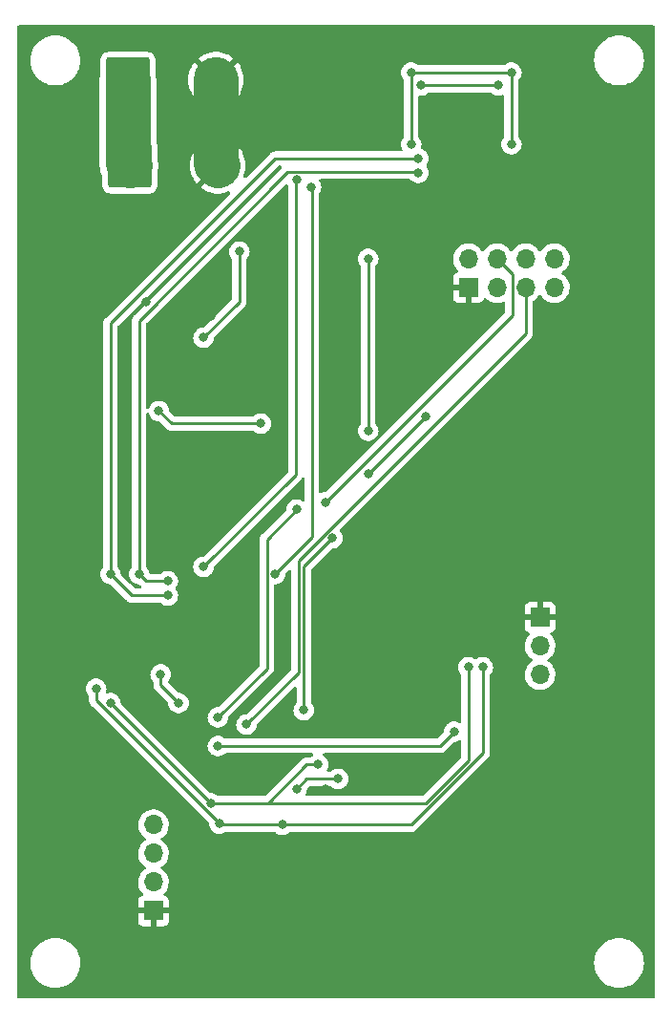
<source format=gbl>
%TF.GenerationSoftware,KiCad,Pcbnew,(6.0.2)*%
%TF.CreationDate,2023-03-13T10:24:41-04:00*%
%TF.ProjectId,avc-computer,6176632d-636f-46d7-9075-7465722e6b69,rev?*%
%TF.SameCoordinates,Original*%
%TF.FileFunction,Copper,L2,Bot*%
%TF.FilePolarity,Positive*%
%FSLAX46Y46*%
G04 Gerber Fmt 4.6, Leading zero omitted, Abs format (unit mm)*
G04 Created by KiCad (PCBNEW (6.0.2)) date 2023-03-13 10:24:41*
%MOMM*%
%LPD*%
G01*
G04 APERTURE LIST*
G04 Aperture macros list*
%AMRoundRect*
0 Rectangle with rounded corners*
0 $1 Rounding radius*
0 $2 $3 $4 $5 $6 $7 $8 $9 X,Y pos of 4 corners*
0 Add a 4 corners polygon primitive as box body*
4,1,4,$2,$3,$4,$5,$6,$7,$8,$9,$2,$3,0*
0 Add four circle primitives for the rounded corners*
1,1,$1+$1,$2,$3*
1,1,$1+$1,$4,$5*
1,1,$1+$1,$6,$7*
1,1,$1+$1,$8,$9*
0 Add four rect primitives between the rounded corners*
20,1,$1+$1,$2,$3,$4,$5,0*
20,1,$1+$1,$4,$5,$6,$7,0*
20,1,$1+$1,$6,$7,$8,$9,0*
20,1,$1+$1,$8,$9,$2,$3,0*%
G04 Aperture macros list end*
%TA.AperFunction,ComponentPad*%
%ADD10RoundRect,0.250002X-1.699998X-1.699998X1.699998X-1.699998X1.699998X1.699998X-1.699998X1.699998X0*%
%TD*%
%TA.AperFunction,ComponentPad*%
%ADD11C,3.900000*%
%TD*%
%TA.AperFunction,ComponentPad*%
%ADD12R,1.700000X1.700000*%
%TD*%
%TA.AperFunction,ComponentPad*%
%ADD13O,1.700000X1.700000*%
%TD*%
%TA.AperFunction,ViaPad*%
%ADD14C,0.800000*%
%TD*%
%TA.AperFunction,Conductor*%
%ADD15C,4.000000*%
%TD*%
%TA.AperFunction,Conductor*%
%ADD16C,0.250000*%
%TD*%
G04 APERTURE END LIST*
D10*
%TO.P,J2,1,Pin_1*%
%TO.N,Net-(D3-Pad2)*%
X103780000Y-60960000D03*
D11*
%TO.P,J2,2,Pin_2*%
%TO.N,GND*%
X111580000Y-60960000D03*
%TD*%
D12*
%TO.P,J5,1,Pin_1*%
%TO.N,GND*%
X140335000Y-108600000D03*
D13*
%TO.P,J5,2,Pin_2*%
%TO.N,+5V*%
X140335000Y-111140000D03*
%TO.P,J5,3,Pin_3*%
%TO.N,/ESC_Cont*%
X140335000Y-113680000D03*
%TD*%
D12*
%TO.P,J6,1,Pin_1*%
%TO.N,GND*%
X106045000Y-134620000D03*
D13*
%TO.P,J6,2,Pin_2*%
%TO.N,+3V3*%
X106045000Y-132080000D03*
%TO.P,J6,3,Pin_3*%
%TO.N,/SCL*%
X106045000Y-129540000D03*
%TO.P,J6,4,Pin_4*%
%TO.N,/SDA*%
X106045000Y-127000000D03*
%TD*%
D10*
%TO.P,J4,1,Pin_1*%
%TO.N,Net-(D3-Pad2)*%
X103960000Y-68580000D03*
D11*
%TO.P,J4,2,Pin_2*%
%TO.N,GND*%
X111760000Y-68580000D03*
%TD*%
D12*
%TO.P,J3,1,Pin_1*%
%TO.N,GND*%
X133980000Y-79380000D03*
D13*
%TO.P,J3,2,Pin_2*%
%TO.N,unconnected-(J3-Pad2)*%
X133980000Y-76840000D03*
%TO.P,J3,3,Pin_3*%
%TO.N,unconnected-(J3-Pad3)*%
X136520000Y-79380000D03*
%TO.P,J3,4,Pin_4*%
%TO.N,/Microcontroller/PA2*%
X136520000Y-76840000D03*
%TO.P,J3,5,Pin_5*%
%TO.N,/Microcontroller/PA3*%
X139060000Y-79380000D03*
%TO.P,J3,6,Pin_6*%
%TO.N,+3V3*%
X139060000Y-76840000D03*
%TO.P,J3,7,Pin_7*%
%TO.N,unconnected-(J3-Pad7)*%
X141600000Y-79380000D03*
%TO.P,J3,8,Pin_8*%
%TO.N,+3V3*%
X141600000Y-76840000D03*
%TD*%
D14*
%TO.N,GND*%
X105410000Y-80645000D03*
X123825000Y-103505000D03*
X113030000Y-109855000D03*
X111125000Y-81915000D03*
X117475000Y-75565000D03*
X111760000Y-111125000D03*
X114300000Y-111125000D03*
X113030000Y-112395000D03*
X125095000Y-108585000D03*
X121285000Y-123825000D03*
%TO.N,/Microcontroller/SWDIO*%
X116840000Y-104775000D03*
X120015000Y-70485000D03*
%TO.N,+3V3*%
X121920000Y-101600000D03*
X125095000Y-76835000D03*
X119380000Y-116840000D03*
X108265000Y-116205000D03*
X125095000Y-92075000D03*
X106680000Y-113665000D03*
%TO.N,/Microcontroller/SWCLK*%
X118745000Y-69850000D03*
X110490000Y-104140000D03*
%TO.N,Net-(C10-Pad1)*%
X110490000Y-83820000D03*
X113665000Y-76200000D03*
%TO.N,+5V*%
X115570000Y-91440000D03*
X106530000Y-90320000D03*
X125095000Y-95885000D03*
X130175000Y-90805000D03*
%TO.N,/Microcontroller/PA2*%
X111760000Y-117475000D03*
X118745000Y-99060000D03*
X121285000Y-98425000D03*
%TO.N,/Microcontroller/PA3*%
X114300000Y-118110000D03*
%TO.N,/SCL*%
X120650000Y-121666000D03*
X102235000Y-116205000D03*
X129540000Y-69215000D03*
X137795000Y-60325000D03*
X107315000Y-105410000D03*
X111125000Y-125095000D03*
X104775000Y-104775000D03*
X133985000Y-113030000D03*
X137795000Y-66675000D03*
X128905000Y-66675000D03*
X128905000Y-60325000D03*
%TO.N,/SDA*%
X122428000Y-122936000D03*
X136652000Y-61468000D03*
X117475000Y-127000000D03*
X135255000Y-113030000D03*
X100965000Y-114935000D03*
X129540000Y-67945000D03*
X111882693Y-126877307D03*
X118745000Y-123825000D03*
X102235000Y-104775000D03*
X107315000Y-106680000D03*
X129794000Y-61468000D03*
%TO.N,/ESC_Cont*%
X132715000Y-118745000D03*
X111760000Y-120015000D03*
%TD*%
D15*
%TO.N,GND*%
X111580000Y-68400000D02*
X111760000Y-68580000D01*
X111580000Y-60960000D02*
X111580000Y-68400000D01*
D16*
%TO.N,/Microcontroller/SWDIO*%
X120104511Y-70574511D02*
X120104511Y-101510489D01*
X120104511Y-101510489D02*
X116840000Y-104775000D01*
X120015000Y-70485000D02*
X120104511Y-70574511D01*
%TO.N,+3V3*%
X125095000Y-76835000D02*
X125095000Y-92075000D01*
X121920000Y-101600000D02*
X119380000Y-104140000D01*
X106680000Y-114620000D02*
X108265000Y-116205000D01*
X119380000Y-104140000D02*
X119380000Y-116840000D01*
X106680000Y-113665000D02*
X106680000Y-114620000D01*
%TO.N,/Microcontroller/SWCLK*%
X118745000Y-69850000D02*
X118655489Y-69939511D01*
X118655489Y-95974511D02*
X110490000Y-104140000D01*
X118655489Y-69939511D02*
X118655489Y-95974511D01*
%TO.N,Net-(C10-Pad1)*%
X113665000Y-80645000D02*
X110490000Y-83820000D01*
X113665000Y-76200000D02*
X113665000Y-80645000D01*
%TO.N,+5V*%
X107650000Y-91440000D02*
X106530000Y-90320000D01*
X115570000Y-91440000D02*
X107650000Y-91440000D01*
X125095000Y-95885000D02*
X130175000Y-90805000D01*
%TO.N,/Microcontroller/PA2*%
X111760000Y-117475000D02*
X116115489Y-113119511D01*
X137885489Y-78205489D02*
X136520000Y-76840000D01*
X116115489Y-113119511D02*
X116115489Y-101689511D01*
X116115489Y-101689511D02*
X118745000Y-99060000D01*
X121285000Y-98425000D02*
X137885489Y-81824511D01*
X137885489Y-81824511D02*
X137885489Y-78205489D01*
%TO.N,/Microcontroller/PA3*%
X118930480Y-113479520D02*
X118930480Y-103564906D01*
X118930480Y-103564906D02*
X139060000Y-83435386D01*
X114300000Y-118110000D02*
X118930480Y-113479520D01*
X139060000Y-83435386D02*
X139060000Y-79380000D01*
%TO.N,/SCL*%
X116205000Y-125095000D02*
X119634000Y-121666000D01*
X128905000Y-66675000D02*
X128905000Y-60325000D01*
X111125000Y-125095000D02*
X116205000Y-125095000D01*
X104775000Y-82304614D02*
X104775000Y-104775000D01*
X129540000Y-69215000D02*
X129450489Y-69125489D01*
X133985000Y-121285000D02*
X133985000Y-113030000D01*
X137795000Y-66675000D02*
X137795000Y-60325000D01*
X129450489Y-69125489D02*
X117954125Y-69125489D01*
X137795000Y-60325000D02*
X128905000Y-60325000D01*
X117954125Y-69125489D02*
X104775000Y-82304614D01*
X119634000Y-121666000D02*
X120650000Y-121666000D01*
X105410000Y-105410000D02*
X104775000Y-104775000D01*
X107315000Y-105410000D02*
X105410000Y-105410000D01*
X116205000Y-125095000D02*
X130175000Y-125095000D01*
X102235000Y-116205000D02*
X111125000Y-125095000D01*
X130175000Y-125095000D02*
X133985000Y-121285000D01*
%TO.N,/SDA*%
X128905718Y-127000000D02*
X135255000Y-120650718D01*
X116840000Y-67945000D02*
X129540000Y-67945000D01*
X118745000Y-123825000D02*
X119634000Y-122936000D01*
X104140000Y-106680000D02*
X102235000Y-104775000D01*
X117475000Y-127000000D02*
X128905718Y-127000000D01*
X107315000Y-106680000D02*
X104140000Y-106680000D01*
X102235000Y-104775000D02*
X102235000Y-82550000D01*
X111882693Y-126877307D02*
X112005386Y-127000000D01*
X100965000Y-115959614D02*
X111882693Y-126877307D01*
X129794000Y-61468000D02*
X136652000Y-61468000D01*
X102235000Y-82550000D02*
X116840000Y-67945000D01*
X112005386Y-127000000D02*
X117475000Y-127000000D01*
X100965000Y-114935000D02*
X100965000Y-115959614D01*
X119634000Y-122936000D02*
X122428000Y-122936000D01*
X135255000Y-120650718D02*
X135255000Y-113030000D01*
D15*
%TO.N,Net-(D3-Pad2)*%
X103780000Y-68400000D02*
X103960000Y-68580000D01*
X103780000Y-60960000D02*
X103780000Y-68400000D01*
D16*
%TO.N,/ESC_Cont*%
X111760000Y-120015000D02*
X131445000Y-120015000D01*
X131445000Y-120015000D02*
X132715000Y-118745000D01*
%TD*%
%TA.AperFunction,Conductor*%
%TO.N,GND*%
G36*
X150437121Y-56154002D02*
G01*
X150483614Y-56207658D01*
X150495000Y-56260000D01*
X150495000Y-142241000D01*
X150474998Y-142309121D01*
X150421342Y-142355614D01*
X150369000Y-142367000D01*
X94106000Y-142367000D01*
X94037879Y-142346998D01*
X93991386Y-142293342D01*
X93980000Y-142241000D01*
X93980000Y-139250500D01*
X95127262Y-139250500D01*
X95146192Y-139539320D01*
X95146996Y-139543360D01*
X95146996Y-139543363D01*
X95185181Y-139735330D01*
X95202659Y-139823199D01*
X95203985Y-139827105D01*
X95203986Y-139827109D01*
X95237439Y-139925656D01*
X95295697Y-140097278D01*
X95297518Y-140100971D01*
X95297519Y-140100973D01*
X95394707Y-140298050D01*
X95423713Y-140356869D01*
X95584517Y-140597530D01*
X95587231Y-140600624D01*
X95587235Y-140600630D01*
X95772649Y-140812053D01*
X95775358Y-140815142D01*
X95778447Y-140817851D01*
X95989870Y-141003265D01*
X95989876Y-141003269D01*
X95992970Y-141005983D01*
X96233631Y-141166787D01*
X96237330Y-141168611D01*
X96237335Y-141168614D01*
X96489527Y-141292981D01*
X96493222Y-141294803D01*
X96497120Y-141296126D01*
X96497122Y-141296127D01*
X96763391Y-141386514D01*
X96763395Y-141386515D01*
X96767301Y-141387841D01*
X96771345Y-141388645D01*
X96771351Y-141388647D01*
X97047137Y-141443504D01*
X97047140Y-141443504D01*
X97051180Y-141444308D01*
X97055291Y-141444577D01*
X97055295Y-141444578D01*
X97335881Y-141462968D01*
X97340000Y-141463238D01*
X97344119Y-141462968D01*
X97624705Y-141444578D01*
X97624709Y-141444577D01*
X97628820Y-141444308D01*
X97632860Y-141443504D01*
X97632863Y-141443504D01*
X97908649Y-141388647D01*
X97908655Y-141388645D01*
X97912699Y-141387841D01*
X97916605Y-141386515D01*
X97916609Y-141386514D01*
X98182878Y-141296127D01*
X98182880Y-141296126D01*
X98186778Y-141294803D01*
X98190473Y-141292981D01*
X98442665Y-141168614D01*
X98442670Y-141168611D01*
X98446369Y-141166787D01*
X98687030Y-141005983D01*
X98690124Y-141003269D01*
X98690130Y-141003265D01*
X98901553Y-140817851D01*
X98904642Y-140815142D01*
X98907351Y-140812053D01*
X99092765Y-140600630D01*
X99092769Y-140600624D01*
X99095483Y-140597530D01*
X99256287Y-140356869D01*
X99285294Y-140298050D01*
X99382481Y-140100973D01*
X99382482Y-140100971D01*
X99384303Y-140097278D01*
X99442561Y-139925656D01*
X99476014Y-139827109D01*
X99476015Y-139827105D01*
X99477341Y-139823199D01*
X99494820Y-139735330D01*
X99533004Y-139543363D01*
X99533004Y-139543360D01*
X99533808Y-139539320D01*
X99552738Y-139250500D01*
X145127262Y-139250500D01*
X145146192Y-139539320D01*
X145146996Y-139543360D01*
X145146996Y-139543363D01*
X145185181Y-139735330D01*
X145202659Y-139823199D01*
X145203985Y-139827105D01*
X145203986Y-139827109D01*
X145237439Y-139925656D01*
X145295697Y-140097278D01*
X145297518Y-140100971D01*
X145297519Y-140100973D01*
X145394707Y-140298050D01*
X145423713Y-140356869D01*
X145584517Y-140597530D01*
X145587231Y-140600624D01*
X145587235Y-140600630D01*
X145772649Y-140812053D01*
X145775358Y-140815142D01*
X145778447Y-140817851D01*
X145989870Y-141003265D01*
X145989876Y-141003269D01*
X145992970Y-141005983D01*
X146233631Y-141166787D01*
X146237330Y-141168611D01*
X146237335Y-141168614D01*
X146489527Y-141292981D01*
X146493222Y-141294803D01*
X146497120Y-141296126D01*
X146497122Y-141296127D01*
X146763391Y-141386514D01*
X146763395Y-141386515D01*
X146767301Y-141387841D01*
X146771345Y-141388645D01*
X146771351Y-141388647D01*
X147047137Y-141443504D01*
X147047140Y-141443504D01*
X147051180Y-141444308D01*
X147055291Y-141444577D01*
X147055295Y-141444578D01*
X147335881Y-141462968D01*
X147340000Y-141463238D01*
X147344119Y-141462968D01*
X147624705Y-141444578D01*
X147624709Y-141444577D01*
X147628820Y-141444308D01*
X147632860Y-141443504D01*
X147632863Y-141443504D01*
X147908649Y-141388647D01*
X147908655Y-141388645D01*
X147912699Y-141387841D01*
X147916605Y-141386515D01*
X147916609Y-141386514D01*
X148182878Y-141296127D01*
X148182880Y-141296126D01*
X148186778Y-141294803D01*
X148190473Y-141292981D01*
X148442665Y-141168614D01*
X148442670Y-141168611D01*
X148446369Y-141166787D01*
X148687030Y-141005983D01*
X148690124Y-141003269D01*
X148690130Y-141003265D01*
X148901553Y-140817851D01*
X148904642Y-140815142D01*
X148907351Y-140812053D01*
X149092765Y-140600630D01*
X149092769Y-140600624D01*
X149095483Y-140597530D01*
X149256287Y-140356869D01*
X149285294Y-140298050D01*
X149382481Y-140100973D01*
X149382482Y-140100971D01*
X149384303Y-140097278D01*
X149442561Y-139925656D01*
X149476014Y-139827109D01*
X149476015Y-139827105D01*
X149477341Y-139823199D01*
X149494820Y-139735330D01*
X149533004Y-139543363D01*
X149533004Y-139543360D01*
X149533808Y-139539320D01*
X149552738Y-139250500D01*
X149533808Y-138961680D01*
X149506288Y-138823325D01*
X149478147Y-138681851D01*
X149478145Y-138681845D01*
X149477341Y-138677801D01*
X149400996Y-138452896D01*
X149385627Y-138407622D01*
X149385626Y-138407620D01*
X149384303Y-138403722D01*
X149382481Y-138400027D01*
X149258114Y-138147835D01*
X149258111Y-138147830D01*
X149256287Y-138144131D01*
X149095483Y-137903470D01*
X149092769Y-137900376D01*
X149092765Y-137900370D01*
X148907351Y-137688947D01*
X148904642Y-137685858D01*
X148901553Y-137683149D01*
X148690130Y-137497735D01*
X148690124Y-137497731D01*
X148687030Y-137495017D01*
X148446369Y-137334213D01*
X148442670Y-137332389D01*
X148442665Y-137332386D01*
X148190473Y-137208019D01*
X148190471Y-137208018D01*
X148186778Y-137206197D01*
X148182878Y-137204873D01*
X147916609Y-137114486D01*
X147916605Y-137114485D01*
X147912699Y-137113159D01*
X147908655Y-137112355D01*
X147908649Y-137112353D01*
X147632863Y-137057496D01*
X147632860Y-137057496D01*
X147628820Y-137056692D01*
X147624709Y-137056423D01*
X147624705Y-137056422D01*
X147344119Y-137038032D01*
X147340000Y-137037762D01*
X147335881Y-137038032D01*
X147055295Y-137056422D01*
X147055291Y-137056423D01*
X147051180Y-137056692D01*
X147047140Y-137057496D01*
X147047137Y-137057496D01*
X146771351Y-137112353D01*
X146771345Y-137112355D01*
X146767301Y-137113159D01*
X146763395Y-137114485D01*
X146763391Y-137114486D01*
X146497122Y-137204873D01*
X146493222Y-137206197D01*
X146489529Y-137208018D01*
X146489527Y-137208019D01*
X146237335Y-137332386D01*
X146237330Y-137332389D01*
X146233631Y-137334213D01*
X145992970Y-137495017D01*
X145989876Y-137497731D01*
X145989870Y-137497735D01*
X145778447Y-137683149D01*
X145775358Y-137685858D01*
X145772649Y-137688947D01*
X145587235Y-137900370D01*
X145587231Y-137900376D01*
X145584517Y-137903470D01*
X145423713Y-138144131D01*
X145421889Y-138147830D01*
X145421886Y-138147835D01*
X145297519Y-138400027D01*
X145295697Y-138403722D01*
X145294374Y-138407620D01*
X145294373Y-138407622D01*
X145279005Y-138452896D01*
X145202659Y-138677801D01*
X145201855Y-138681845D01*
X145201853Y-138681851D01*
X145173712Y-138823325D01*
X145146192Y-138961680D01*
X145129307Y-139219297D01*
X145127262Y-139250500D01*
X99552738Y-139250500D01*
X99533808Y-138961680D01*
X99506288Y-138823325D01*
X99478147Y-138681851D01*
X99478145Y-138681845D01*
X99477341Y-138677801D01*
X99400996Y-138452896D01*
X99385627Y-138407622D01*
X99385626Y-138407620D01*
X99384303Y-138403722D01*
X99382481Y-138400027D01*
X99258114Y-138147835D01*
X99258111Y-138147830D01*
X99256287Y-138144131D01*
X99095483Y-137903470D01*
X99092769Y-137900376D01*
X99092765Y-137900370D01*
X98907351Y-137688947D01*
X98904642Y-137685858D01*
X98901553Y-137683149D01*
X98690130Y-137497735D01*
X98690124Y-137497731D01*
X98687030Y-137495017D01*
X98446369Y-137334213D01*
X98442670Y-137332389D01*
X98442665Y-137332386D01*
X98190473Y-137208019D01*
X98190471Y-137208018D01*
X98186778Y-137206197D01*
X98182878Y-137204873D01*
X97916609Y-137114486D01*
X97916605Y-137114485D01*
X97912699Y-137113159D01*
X97908655Y-137112355D01*
X97908649Y-137112353D01*
X97632863Y-137057496D01*
X97632860Y-137057496D01*
X97628820Y-137056692D01*
X97624709Y-137056423D01*
X97624705Y-137056422D01*
X97344119Y-137038032D01*
X97340000Y-137037762D01*
X97335881Y-137038032D01*
X97055295Y-137056422D01*
X97055291Y-137056423D01*
X97051180Y-137056692D01*
X97047140Y-137057496D01*
X97047137Y-137057496D01*
X96771351Y-137112353D01*
X96771345Y-137112355D01*
X96767301Y-137113159D01*
X96763395Y-137114485D01*
X96763391Y-137114486D01*
X96497122Y-137204873D01*
X96493222Y-137206197D01*
X96489529Y-137208018D01*
X96489527Y-137208019D01*
X96237335Y-137332386D01*
X96237330Y-137332389D01*
X96233631Y-137334213D01*
X95992970Y-137495017D01*
X95989876Y-137497731D01*
X95989870Y-137497735D01*
X95778447Y-137683149D01*
X95775358Y-137685858D01*
X95772649Y-137688947D01*
X95587235Y-137900370D01*
X95587231Y-137900376D01*
X95584517Y-137903470D01*
X95423713Y-138144131D01*
X95421889Y-138147830D01*
X95421886Y-138147835D01*
X95297519Y-138400027D01*
X95295697Y-138403722D01*
X95294374Y-138407620D01*
X95294373Y-138407622D01*
X95279005Y-138452896D01*
X95202659Y-138677801D01*
X95201855Y-138681845D01*
X95201853Y-138681851D01*
X95173712Y-138823325D01*
X95146192Y-138961680D01*
X95129307Y-139219297D01*
X95127262Y-139250500D01*
X93980000Y-139250500D01*
X93980000Y-135514669D01*
X104687001Y-135514669D01*
X104687371Y-135521490D01*
X104692895Y-135572352D01*
X104696521Y-135587604D01*
X104741676Y-135708054D01*
X104750214Y-135723649D01*
X104826715Y-135825724D01*
X104839276Y-135838285D01*
X104941351Y-135914786D01*
X104956946Y-135923324D01*
X105077394Y-135968478D01*
X105092649Y-135972105D01*
X105143514Y-135977631D01*
X105150328Y-135978000D01*
X105772885Y-135978000D01*
X105788124Y-135973525D01*
X105789329Y-135972135D01*
X105791000Y-135964452D01*
X105791000Y-135959884D01*
X106299000Y-135959884D01*
X106303475Y-135975123D01*
X106304865Y-135976328D01*
X106312548Y-135977999D01*
X106939669Y-135977999D01*
X106946490Y-135977629D01*
X106997352Y-135972105D01*
X107012604Y-135968479D01*
X107133054Y-135923324D01*
X107148649Y-135914786D01*
X107250724Y-135838285D01*
X107263285Y-135825724D01*
X107339786Y-135723649D01*
X107348324Y-135708054D01*
X107393478Y-135587606D01*
X107397105Y-135572351D01*
X107402631Y-135521486D01*
X107403000Y-135514672D01*
X107403000Y-134892115D01*
X107398525Y-134876876D01*
X107397135Y-134875671D01*
X107389452Y-134874000D01*
X106317115Y-134874000D01*
X106301876Y-134878475D01*
X106300671Y-134879865D01*
X106299000Y-134887548D01*
X106299000Y-135959884D01*
X105791000Y-135959884D01*
X105791000Y-134892115D01*
X105786525Y-134876876D01*
X105785135Y-134875671D01*
X105777452Y-134874000D01*
X104705116Y-134874000D01*
X104689877Y-134878475D01*
X104688672Y-134879865D01*
X104687001Y-134887548D01*
X104687001Y-135514669D01*
X93980000Y-135514669D01*
X93980000Y-132046695D01*
X104682251Y-132046695D01*
X104682548Y-132051848D01*
X104682548Y-132051851D01*
X104688011Y-132146590D01*
X104695110Y-132269715D01*
X104696247Y-132274761D01*
X104696248Y-132274767D01*
X104716119Y-132362939D01*
X104744222Y-132487639D01*
X104828266Y-132694616D01*
X104944987Y-132885088D01*
X105091250Y-133053938D01*
X105095225Y-133057238D01*
X105095231Y-133057244D01*
X105100425Y-133061556D01*
X105140059Y-133120460D01*
X105141555Y-133191441D01*
X105104439Y-133251962D01*
X105064168Y-133276480D01*
X104956946Y-133316676D01*
X104941351Y-133325214D01*
X104839276Y-133401715D01*
X104826715Y-133414276D01*
X104750214Y-133516351D01*
X104741676Y-133531946D01*
X104696522Y-133652394D01*
X104692895Y-133667649D01*
X104687369Y-133718514D01*
X104687000Y-133725328D01*
X104687000Y-134347885D01*
X104691475Y-134363124D01*
X104692865Y-134364329D01*
X104700548Y-134366000D01*
X107384884Y-134366000D01*
X107400123Y-134361525D01*
X107401328Y-134360135D01*
X107402999Y-134352452D01*
X107402999Y-133725331D01*
X107402629Y-133718510D01*
X107397105Y-133667648D01*
X107393479Y-133652396D01*
X107348324Y-133531946D01*
X107339786Y-133516351D01*
X107263285Y-133414276D01*
X107250724Y-133401715D01*
X107148649Y-133325214D01*
X107133054Y-133316676D01*
X107022813Y-133275348D01*
X106966049Y-133232706D01*
X106941349Y-133166145D01*
X106956557Y-133096796D01*
X106978104Y-133068115D01*
X107079430Y-132967144D01*
X107079440Y-132967132D01*
X107083096Y-132963489D01*
X107142594Y-132880689D01*
X107210435Y-132786277D01*
X107213453Y-132782077D01*
X107312430Y-132581811D01*
X107377370Y-132368069D01*
X107406529Y-132146590D01*
X107408156Y-132080000D01*
X107389852Y-131857361D01*
X107335431Y-131640702D01*
X107246354Y-131435840D01*
X107125014Y-131248277D01*
X106974670Y-131083051D01*
X106970619Y-131079852D01*
X106970615Y-131079848D01*
X106803414Y-130947800D01*
X106803410Y-130947798D01*
X106799359Y-130944598D01*
X106758053Y-130921796D01*
X106708084Y-130871364D01*
X106693312Y-130801921D01*
X106718428Y-130735516D01*
X106745780Y-130708909D01*
X106789603Y-130677650D01*
X106924860Y-130581173D01*
X107083096Y-130423489D01*
X107142594Y-130340689D01*
X107210435Y-130246277D01*
X107213453Y-130242077D01*
X107312430Y-130041811D01*
X107377370Y-129828069D01*
X107406529Y-129606590D01*
X107408156Y-129540000D01*
X107389852Y-129317361D01*
X107335431Y-129100702D01*
X107246354Y-128895840D01*
X107125014Y-128708277D01*
X106974670Y-128543051D01*
X106970619Y-128539852D01*
X106970615Y-128539848D01*
X106803414Y-128407800D01*
X106803410Y-128407798D01*
X106799359Y-128404598D01*
X106758053Y-128381796D01*
X106708084Y-128331364D01*
X106693312Y-128261921D01*
X106718428Y-128195516D01*
X106745780Y-128168909D01*
X106789603Y-128137650D01*
X106924860Y-128041173D01*
X107083096Y-127883489D01*
X107092670Y-127870166D01*
X107210435Y-127706277D01*
X107213453Y-127702077D01*
X107223008Y-127682745D01*
X107310136Y-127506453D01*
X107310137Y-127506451D01*
X107312430Y-127501811D01*
X107377370Y-127288069D01*
X107406529Y-127066590D01*
X107408156Y-127000000D01*
X107389852Y-126777361D01*
X107335431Y-126560702D01*
X107246354Y-126355840D01*
X107206906Y-126294862D01*
X107127822Y-126172617D01*
X107127820Y-126172614D01*
X107125014Y-126168277D01*
X106974670Y-126003051D01*
X106970619Y-125999852D01*
X106970615Y-125999848D01*
X106803414Y-125867800D01*
X106803410Y-125867798D01*
X106799359Y-125864598D01*
X106603789Y-125756638D01*
X106598920Y-125754914D01*
X106598916Y-125754912D01*
X106398087Y-125683795D01*
X106398083Y-125683794D01*
X106393212Y-125682069D01*
X106388119Y-125681162D01*
X106388116Y-125681161D01*
X106178373Y-125643800D01*
X106178367Y-125643799D01*
X106173284Y-125642894D01*
X106099452Y-125641992D01*
X105955081Y-125640228D01*
X105955079Y-125640228D01*
X105949911Y-125640165D01*
X105729091Y-125673955D01*
X105516756Y-125743357D01*
X105486443Y-125759137D01*
X105386758Y-125811030D01*
X105318607Y-125846507D01*
X105314474Y-125849610D01*
X105314471Y-125849612D01*
X105188734Y-125944018D01*
X105139965Y-125980635D01*
X104985629Y-126142138D01*
X104982715Y-126146410D01*
X104982714Y-126146411D01*
X104947222Y-126198441D01*
X104859743Y-126326680D01*
X104765688Y-126529305D01*
X104705989Y-126744570D01*
X104682251Y-126966695D01*
X104682548Y-126971848D01*
X104682548Y-126971851D01*
X104688011Y-127066590D01*
X104695110Y-127189715D01*
X104696247Y-127194761D01*
X104696248Y-127194767D01*
X104716119Y-127282939D01*
X104744222Y-127407639D01*
X104802541Y-127551262D01*
X104821662Y-127598351D01*
X104828266Y-127614616D01*
X104867638Y-127678866D01*
X104938072Y-127793803D01*
X104944987Y-127805088D01*
X105091250Y-127973938D01*
X105263126Y-128116632D01*
X105333595Y-128157811D01*
X105336445Y-128159476D01*
X105385169Y-128211114D01*
X105398240Y-128280897D01*
X105371509Y-128346669D01*
X105331055Y-128380027D01*
X105318607Y-128386507D01*
X105314474Y-128389610D01*
X105314471Y-128389612D01*
X105290247Y-128407800D01*
X105139965Y-128520635D01*
X104985629Y-128682138D01*
X104859743Y-128866680D01*
X104765688Y-129069305D01*
X104705989Y-129284570D01*
X104682251Y-129506695D01*
X104682548Y-129511848D01*
X104682548Y-129511851D01*
X104688011Y-129606590D01*
X104695110Y-129729715D01*
X104696247Y-129734761D01*
X104696248Y-129734767D01*
X104716119Y-129822939D01*
X104744222Y-129947639D01*
X104828266Y-130154616D01*
X104944987Y-130345088D01*
X105091250Y-130513938D01*
X105263126Y-130656632D01*
X105333595Y-130697811D01*
X105336445Y-130699476D01*
X105385169Y-130751114D01*
X105398240Y-130820897D01*
X105371509Y-130886669D01*
X105331055Y-130920027D01*
X105318607Y-130926507D01*
X105314474Y-130929610D01*
X105314471Y-130929612D01*
X105290247Y-130947800D01*
X105139965Y-131060635D01*
X104985629Y-131222138D01*
X104859743Y-131406680D01*
X104765688Y-131609305D01*
X104705989Y-131824570D01*
X104682251Y-132046695D01*
X93980000Y-132046695D01*
X93980000Y-114935000D01*
X100051496Y-114935000D01*
X100052186Y-114941565D01*
X100068133Y-115093288D01*
X100071458Y-115124928D01*
X100130473Y-115306556D01*
X100225960Y-115471944D01*
X100299137Y-115553215D01*
X100329853Y-115617221D01*
X100331500Y-115637524D01*
X100331500Y-115880847D01*
X100330973Y-115892030D01*
X100329298Y-115899523D01*
X100329547Y-115907449D01*
X100329547Y-115907450D01*
X100331438Y-115967600D01*
X100331500Y-115971559D01*
X100331500Y-115999470D01*
X100331997Y-116003404D01*
X100331997Y-116003405D01*
X100332005Y-116003470D01*
X100332938Y-116015307D01*
X100334327Y-116059503D01*
X100339978Y-116078953D01*
X100343987Y-116098314D01*
X100346526Y-116118411D01*
X100349445Y-116125782D01*
X100349445Y-116125784D01*
X100362804Y-116159526D01*
X100366649Y-116170756D01*
X100371032Y-116185842D01*
X100378982Y-116213207D01*
X100383015Y-116220026D01*
X100383017Y-116220031D01*
X100389293Y-116230642D01*
X100397988Y-116248390D01*
X100405448Y-116267231D01*
X100410110Y-116273647D01*
X100410110Y-116273648D01*
X100431436Y-116303001D01*
X100437952Y-116312921D01*
X100460458Y-116350976D01*
X100474779Y-116365297D01*
X100487619Y-116380330D01*
X100499528Y-116396721D01*
X100505634Y-116401772D01*
X100533605Y-116424912D01*
X100542384Y-116432902D01*
X110935571Y-126826089D01*
X110969597Y-126888401D01*
X110971785Y-126902010D01*
X110989151Y-127067235D01*
X111048166Y-127248863D01*
X111143653Y-127414251D01*
X111148071Y-127419158D01*
X111148072Y-127419159D01*
X111218032Y-127496857D01*
X111271440Y-127556173D01*
X111312518Y-127586018D01*
X111383995Y-127637949D01*
X111425941Y-127668425D01*
X111431969Y-127671109D01*
X111431971Y-127671110D01*
X111510958Y-127706277D01*
X111600405Y-127746101D01*
X111693805Y-127765954D01*
X111780749Y-127784435D01*
X111780754Y-127784435D01*
X111787206Y-127785807D01*
X111978180Y-127785807D01*
X111984632Y-127784435D01*
X111984637Y-127784435D01*
X112071581Y-127765954D01*
X112164981Y-127746101D01*
X112254428Y-127706277D01*
X112333415Y-127671110D01*
X112333417Y-127671109D01*
X112339445Y-127668425D01*
X112354394Y-127657564D01*
X112428455Y-127633500D01*
X116766800Y-127633500D01*
X116834921Y-127653502D01*
X116854147Y-127669843D01*
X116854420Y-127669540D01*
X116859332Y-127673963D01*
X116863747Y-127678866D01*
X116869086Y-127682745D01*
X117009050Y-127784435D01*
X117018248Y-127791118D01*
X117024276Y-127793802D01*
X117024278Y-127793803D01*
X117049625Y-127805088D01*
X117192712Y-127868794D01*
X117279009Y-127887137D01*
X117373056Y-127907128D01*
X117373061Y-127907128D01*
X117379513Y-127908500D01*
X117570487Y-127908500D01*
X117576939Y-127907128D01*
X117576944Y-127907128D01*
X117670991Y-127887137D01*
X117757288Y-127868794D01*
X117900375Y-127805088D01*
X117925722Y-127793803D01*
X117925724Y-127793802D01*
X117931752Y-127791118D01*
X117940951Y-127784435D01*
X118080914Y-127682745D01*
X118086253Y-127678866D01*
X118090668Y-127673963D01*
X118095580Y-127669540D01*
X118096705Y-127670789D01*
X118150014Y-127637949D01*
X118183200Y-127633500D01*
X128826951Y-127633500D01*
X128838134Y-127634027D01*
X128845627Y-127635702D01*
X128853553Y-127635453D01*
X128853554Y-127635453D01*
X128913704Y-127633562D01*
X128917663Y-127633500D01*
X128945574Y-127633500D01*
X128949509Y-127633003D01*
X128949574Y-127632995D01*
X128961411Y-127632062D01*
X128993669Y-127631048D01*
X128997688Y-127630922D01*
X129005607Y-127630673D01*
X129025061Y-127625021D01*
X129044418Y-127621013D01*
X129056648Y-127619468D01*
X129056649Y-127619468D01*
X129064515Y-127618474D01*
X129071886Y-127615555D01*
X129071888Y-127615555D01*
X129105630Y-127602196D01*
X129116860Y-127598351D01*
X129151701Y-127588229D01*
X129151702Y-127588229D01*
X129159311Y-127586018D01*
X129166130Y-127581985D01*
X129166135Y-127581983D01*
X129176746Y-127575707D01*
X129194494Y-127567012D01*
X129213335Y-127559552D01*
X129224746Y-127551262D01*
X129249105Y-127533564D01*
X129259025Y-127527048D01*
X129290253Y-127508580D01*
X129290256Y-127508578D01*
X129297080Y-127504542D01*
X129311401Y-127490221D01*
X129326435Y-127477380D01*
X129336412Y-127470131D01*
X129342825Y-127465472D01*
X129371016Y-127431395D01*
X129379006Y-127422616D01*
X135647247Y-121154375D01*
X135655537Y-121146831D01*
X135662018Y-121142718D01*
X135708659Y-121093050D01*
X135711413Y-121090209D01*
X135731135Y-121070487D01*
X135733619Y-121067285D01*
X135741317Y-121058273D01*
X135766161Y-121031816D01*
X135771586Y-121026039D01*
X135781347Y-121008284D01*
X135792198Y-120991765D01*
X135804614Y-120975759D01*
X135822174Y-120935181D01*
X135827391Y-120924531D01*
X135848695Y-120885778D01*
X135853733Y-120866155D01*
X135860137Y-120847452D01*
X135865033Y-120836138D01*
X135865033Y-120836137D01*
X135868181Y-120828863D01*
X135869420Y-120821040D01*
X135869423Y-120821030D01*
X135875099Y-120785194D01*
X135877505Y-120773574D01*
X135886528Y-120738429D01*
X135886528Y-120738428D01*
X135888500Y-120730748D01*
X135888500Y-120710494D01*
X135890051Y-120690783D01*
X135891980Y-120678604D01*
X135893220Y-120670775D01*
X135889059Y-120626756D01*
X135888500Y-120614899D01*
X135888500Y-113732524D01*
X135908502Y-113664403D01*
X135920858Y-113648221D01*
X135922232Y-113646695D01*
X138972251Y-113646695D01*
X138972548Y-113651848D01*
X138972548Y-113651851D01*
X138978011Y-113746590D01*
X138985110Y-113869715D01*
X138986247Y-113874761D01*
X138986248Y-113874767D01*
X139006119Y-113962939D01*
X139034222Y-114087639D01*
X139118266Y-114294616D01*
X139234987Y-114485088D01*
X139381250Y-114653938D01*
X139553126Y-114796632D01*
X139746000Y-114909338D01*
X139954692Y-114989030D01*
X139959760Y-114990061D01*
X139959763Y-114990062D01*
X140030901Y-115004535D01*
X140173597Y-115033567D01*
X140178772Y-115033757D01*
X140178774Y-115033757D01*
X140391673Y-115041564D01*
X140391677Y-115041564D01*
X140396837Y-115041753D01*
X140401957Y-115041097D01*
X140401959Y-115041097D01*
X140613288Y-115014025D01*
X140613289Y-115014025D01*
X140618416Y-115013368D01*
X140623366Y-115011883D01*
X140827429Y-114950661D01*
X140827434Y-114950659D01*
X140832384Y-114949174D01*
X141032994Y-114850896D01*
X141214860Y-114721173D01*
X141373096Y-114563489D01*
X141389089Y-114541233D01*
X141500435Y-114386277D01*
X141503453Y-114382077D01*
X141510646Y-114367524D01*
X141600136Y-114186453D01*
X141600137Y-114186451D01*
X141602430Y-114181811D01*
X141667370Y-113968069D01*
X141696529Y-113746590D01*
X141697369Y-113712221D01*
X141698074Y-113683365D01*
X141698074Y-113683361D01*
X141698156Y-113680000D01*
X141679852Y-113457361D01*
X141625431Y-113240702D01*
X141536354Y-113035840D01*
X141496906Y-112974862D01*
X141417822Y-112852617D01*
X141417820Y-112852614D01*
X141415014Y-112848277D01*
X141264670Y-112683051D01*
X141260619Y-112679852D01*
X141260615Y-112679848D01*
X141093414Y-112547800D01*
X141093410Y-112547798D01*
X141089359Y-112544598D01*
X141048053Y-112521796D01*
X140998084Y-112471364D01*
X140983312Y-112401921D01*
X141008428Y-112335516D01*
X141035780Y-112308909D01*
X141079603Y-112277650D01*
X141214860Y-112181173D01*
X141232203Y-112163891D01*
X141369435Y-112027137D01*
X141373096Y-112023489D01*
X141432594Y-111940689D01*
X141500435Y-111846277D01*
X141503453Y-111842077D01*
X141602430Y-111641811D01*
X141667370Y-111428069D01*
X141696529Y-111206590D01*
X141698156Y-111140000D01*
X141679852Y-110917361D01*
X141625431Y-110700702D01*
X141536354Y-110495840D01*
X141415014Y-110308277D01*
X141411540Y-110304459D01*
X141411533Y-110304450D01*
X141267435Y-110146088D01*
X141236383Y-110082242D01*
X141244779Y-110011744D01*
X141289956Y-109956976D01*
X141316400Y-109943307D01*
X141423052Y-109903325D01*
X141438649Y-109894786D01*
X141540724Y-109818285D01*
X141553285Y-109805724D01*
X141629786Y-109703649D01*
X141638324Y-109688054D01*
X141683478Y-109567606D01*
X141687105Y-109552351D01*
X141692631Y-109501486D01*
X141693000Y-109494672D01*
X141693000Y-108872115D01*
X141688525Y-108856876D01*
X141687135Y-108855671D01*
X141679452Y-108854000D01*
X138995116Y-108854000D01*
X138979877Y-108858475D01*
X138978672Y-108859865D01*
X138977001Y-108867548D01*
X138977001Y-109494669D01*
X138977371Y-109501490D01*
X138982895Y-109552352D01*
X138986521Y-109567604D01*
X139031676Y-109688054D01*
X139040214Y-109703649D01*
X139116715Y-109805724D01*
X139129276Y-109818285D01*
X139231351Y-109894786D01*
X139246946Y-109903324D01*
X139355827Y-109944142D01*
X139412591Y-109986784D01*
X139437291Y-110053345D01*
X139422083Y-110122694D01*
X139402691Y-110149175D01*
X139279200Y-110278401D01*
X139275629Y-110282138D01*
X139149743Y-110466680D01*
X139055688Y-110669305D01*
X138995989Y-110884570D01*
X138972251Y-111106695D01*
X138972548Y-111111848D01*
X138972548Y-111111851D01*
X138978011Y-111206590D01*
X138985110Y-111329715D01*
X138986247Y-111334761D01*
X138986248Y-111334767D01*
X139006119Y-111422939D01*
X139034222Y-111547639D01*
X139118266Y-111754616D01*
X139234987Y-111945088D01*
X139381250Y-112113938D01*
X139553126Y-112256632D01*
X139623595Y-112297811D01*
X139626445Y-112299476D01*
X139675169Y-112351114D01*
X139688240Y-112420897D01*
X139661509Y-112486669D01*
X139621055Y-112520027D01*
X139608607Y-112526507D01*
X139604474Y-112529610D01*
X139604471Y-112529612D01*
X139580247Y-112547800D01*
X139429965Y-112660635D01*
X139275629Y-112822138D01*
X139149743Y-113006680D01*
X139135871Y-113036565D01*
X139063901Y-113191612D01*
X139055688Y-113209305D01*
X138995989Y-113424570D01*
X138972251Y-113646695D01*
X135922232Y-113646695D01*
X135994040Y-113566944D01*
X136089527Y-113401556D01*
X136148542Y-113219928D01*
X136149878Y-113207222D01*
X136167814Y-113036565D01*
X136168504Y-113030000D01*
X136154211Y-112894012D01*
X136149232Y-112846635D01*
X136149232Y-112846633D01*
X136148542Y-112840072D01*
X136089527Y-112658444D01*
X135994040Y-112493056D01*
X135974509Y-112471364D01*
X135870675Y-112356045D01*
X135870674Y-112356044D01*
X135866253Y-112351134D01*
X135711752Y-112238882D01*
X135705724Y-112236198D01*
X135705722Y-112236197D01*
X135543319Y-112163891D01*
X135543318Y-112163891D01*
X135537288Y-112161206D01*
X135443888Y-112141353D01*
X135356944Y-112122872D01*
X135356939Y-112122872D01*
X135350487Y-112121500D01*
X135159513Y-112121500D01*
X135153061Y-112122872D01*
X135153056Y-112122872D01*
X135066112Y-112141353D01*
X134972712Y-112161206D01*
X134966682Y-112163891D01*
X134966681Y-112163891D01*
X134804278Y-112236197D01*
X134804276Y-112236198D01*
X134798248Y-112238882D01*
X134694060Y-112314579D01*
X134627194Y-112338437D01*
X134558042Y-112322357D01*
X134545944Y-112314582D01*
X134441752Y-112238882D01*
X134435724Y-112236198D01*
X134435722Y-112236197D01*
X134273319Y-112163891D01*
X134273318Y-112163891D01*
X134267288Y-112161206D01*
X134173888Y-112141353D01*
X134086944Y-112122872D01*
X134086939Y-112122872D01*
X134080487Y-112121500D01*
X133889513Y-112121500D01*
X133883061Y-112122872D01*
X133883056Y-112122872D01*
X133796112Y-112141353D01*
X133702712Y-112161206D01*
X133696682Y-112163891D01*
X133696681Y-112163891D01*
X133534278Y-112236197D01*
X133534276Y-112236198D01*
X133528248Y-112238882D01*
X133373747Y-112351134D01*
X133369326Y-112356044D01*
X133369325Y-112356045D01*
X133265492Y-112471364D01*
X133245960Y-112493056D01*
X133150473Y-112658444D01*
X133091458Y-112840072D01*
X133090768Y-112846633D01*
X133090768Y-112846635D01*
X133085789Y-112894012D01*
X133071496Y-113030000D01*
X133072186Y-113036565D01*
X133090123Y-113207222D01*
X133091458Y-113219928D01*
X133150473Y-113401556D01*
X133245960Y-113566944D01*
X133319137Y-113648215D01*
X133349853Y-113712221D01*
X133351500Y-113732524D01*
X133351500Y-117840218D01*
X133331498Y-117908339D01*
X133277842Y-117954832D01*
X133207568Y-117964936D01*
X133172270Y-117952718D01*
X133171752Y-117953882D01*
X133003319Y-117878891D01*
X133003318Y-117878891D01*
X132997288Y-117876206D01*
X132884721Y-117852279D01*
X132816944Y-117837872D01*
X132816939Y-117837872D01*
X132810487Y-117836500D01*
X132619513Y-117836500D01*
X132613061Y-117837872D01*
X132613056Y-117837872D01*
X132545279Y-117852279D01*
X132432712Y-117876206D01*
X132426682Y-117878891D01*
X132426681Y-117878891D01*
X132264278Y-117951197D01*
X132264276Y-117951198D01*
X132258248Y-117953882D01*
X132252907Y-117957762D01*
X132252906Y-117957763D01*
X132202843Y-117994136D01*
X132103747Y-118066134D01*
X132099326Y-118071044D01*
X132099325Y-118071045D01*
X132021257Y-118157749D01*
X131975960Y-118208056D01*
X131880473Y-118373444D01*
X131821458Y-118555072D01*
X131820768Y-118561633D01*
X131820768Y-118561635D01*
X131804093Y-118720292D01*
X131777080Y-118785949D01*
X131767878Y-118796217D01*
X131219500Y-119344595D01*
X131157188Y-119378621D01*
X131130405Y-119381500D01*
X112468200Y-119381500D01*
X112400079Y-119361498D01*
X112380853Y-119345157D01*
X112380580Y-119345460D01*
X112375668Y-119341037D01*
X112371253Y-119336134D01*
X112216752Y-119223882D01*
X112210724Y-119221198D01*
X112210722Y-119221197D01*
X112048319Y-119148891D01*
X112048318Y-119148891D01*
X112042288Y-119146206D01*
X111948887Y-119126353D01*
X111861944Y-119107872D01*
X111861939Y-119107872D01*
X111855487Y-119106500D01*
X111664513Y-119106500D01*
X111658061Y-119107872D01*
X111658056Y-119107872D01*
X111571113Y-119126353D01*
X111477712Y-119146206D01*
X111471682Y-119148891D01*
X111471681Y-119148891D01*
X111309278Y-119221197D01*
X111309276Y-119221198D01*
X111303248Y-119223882D01*
X111148747Y-119336134D01*
X111144326Y-119341044D01*
X111144325Y-119341045D01*
X111110492Y-119378621D01*
X111020960Y-119478056D01*
X110925473Y-119643444D01*
X110866458Y-119825072D01*
X110846496Y-120015000D01*
X110866458Y-120204928D01*
X110925473Y-120386556D01*
X111020960Y-120551944D01*
X111025378Y-120556851D01*
X111025379Y-120556852D01*
X111107452Y-120648003D01*
X111148747Y-120693866D01*
X111225289Y-120749477D01*
X111290982Y-120797206D01*
X111303248Y-120806118D01*
X111309276Y-120808802D01*
X111309278Y-120808803D01*
X111464927Y-120878102D01*
X111477712Y-120883794D01*
X111571112Y-120903647D01*
X111658056Y-120922128D01*
X111658061Y-120922128D01*
X111664513Y-120923500D01*
X111855487Y-120923500D01*
X111861939Y-120922128D01*
X111861944Y-120922128D01*
X111948888Y-120903647D01*
X112042288Y-120883794D01*
X112055073Y-120878102D01*
X112210722Y-120808803D01*
X112210724Y-120808802D01*
X112216752Y-120806118D01*
X112229019Y-120797206D01*
X112349671Y-120709546D01*
X112371253Y-120693866D01*
X112375668Y-120688963D01*
X112380580Y-120684540D01*
X112381705Y-120685789D01*
X112435014Y-120652949D01*
X112468200Y-120648500D01*
X120117048Y-120648500D01*
X120185169Y-120668502D01*
X120231662Y-120722158D01*
X120241766Y-120792432D01*
X120212272Y-120857012D01*
X120191109Y-120876436D01*
X120128220Y-120922128D01*
X120038747Y-120987134D01*
X120034332Y-120992037D01*
X120029420Y-120996460D01*
X120028295Y-120995211D01*
X119974986Y-121028051D01*
X119941800Y-121032500D01*
X119712767Y-121032500D01*
X119701584Y-121031973D01*
X119694091Y-121030298D01*
X119686165Y-121030547D01*
X119686164Y-121030547D01*
X119626014Y-121032438D01*
X119622055Y-121032500D01*
X119594144Y-121032500D01*
X119590210Y-121032997D01*
X119590209Y-121032997D01*
X119590144Y-121033005D01*
X119578307Y-121033938D01*
X119546490Y-121034938D01*
X119542029Y-121035078D01*
X119534110Y-121035327D01*
X119523095Y-121038527D01*
X119514658Y-121040978D01*
X119495306Y-121044986D01*
X119488235Y-121045880D01*
X119475203Y-121047526D01*
X119467834Y-121050443D01*
X119467832Y-121050444D01*
X119434097Y-121063800D01*
X119422869Y-121067645D01*
X119380407Y-121079982D01*
X119373585Y-121084016D01*
X119373579Y-121084019D01*
X119362968Y-121090294D01*
X119345218Y-121098990D01*
X119333756Y-121103528D01*
X119333751Y-121103531D01*
X119326383Y-121106448D01*
X119319968Y-121111109D01*
X119290625Y-121132427D01*
X119280707Y-121138943D01*
X119262019Y-121149995D01*
X119242637Y-121161458D01*
X119228313Y-121175782D01*
X119213281Y-121188621D01*
X119196893Y-121200528D01*
X119168712Y-121234593D01*
X119160722Y-121243373D01*
X115979500Y-124424595D01*
X115917188Y-124458621D01*
X115890405Y-124461500D01*
X111833200Y-124461500D01*
X111765079Y-124441498D01*
X111745853Y-124425157D01*
X111745580Y-124425460D01*
X111740668Y-124421037D01*
X111736253Y-124416134D01*
X111581752Y-124303882D01*
X111575724Y-124301198D01*
X111575722Y-124301197D01*
X111413319Y-124228891D01*
X111413318Y-124228891D01*
X111407288Y-124226206D01*
X111294721Y-124202279D01*
X111226944Y-124187872D01*
X111226939Y-124187872D01*
X111220487Y-124186500D01*
X111164594Y-124186500D01*
X111096473Y-124166498D01*
X111075499Y-124149595D01*
X103182122Y-116256217D01*
X103148096Y-116193905D01*
X103145907Y-116180292D01*
X103143725Y-116159526D01*
X103135256Y-116078953D01*
X103129232Y-116021635D01*
X103129232Y-116021633D01*
X103128542Y-116015072D01*
X103069527Y-115833444D01*
X102974040Y-115668056D01*
X102846253Y-115526134D01*
X102691752Y-115413882D01*
X102685724Y-115411198D01*
X102685722Y-115411197D01*
X102523319Y-115338891D01*
X102523318Y-115338891D01*
X102517288Y-115336206D01*
X102404721Y-115312279D01*
X102336944Y-115297872D01*
X102336939Y-115297872D01*
X102330487Y-115296500D01*
X102139513Y-115296500D01*
X102133061Y-115297872D01*
X102133056Y-115297872D01*
X101991284Y-115328007D01*
X101920493Y-115322605D01*
X101863861Y-115279788D01*
X101839367Y-115213150D01*
X101845254Y-115165824D01*
X101856502Y-115131206D01*
X101858542Y-115124928D01*
X101861868Y-115093288D01*
X101877814Y-114941565D01*
X101878504Y-114935000D01*
X101875533Y-114906731D01*
X101859232Y-114751635D01*
X101859232Y-114751633D01*
X101858542Y-114745072D01*
X101799527Y-114563444D01*
X101786704Y-114541233D01*
X101751748Y-114480689D01*
X101704040Y-114398056D01*
X101689653Y-114382077D01*
X101580675Y-114261045D01*
X101580674Y-114261044D01*
X101576253Y-114256134D01*
X101421752Y-114143882D01*
X101415724Y-114141198D01*
X101415722Y-114141197D01*
X101253319Y-114068891D01*
X101253318Y-114068891D01*
X101247288Y-114066206D01*
X101134721Y-114042279D01*
X101066944Y-114027872D01*
X101066939Y-114027872D01*
X101060487Y-114026500D01*
X100869513Y-114026500D01*
X100863061Y-114027872D01*
X100863056Y-114027872D01*
X100795279Y-114042279D01*
X100682712Y-114066206D01*
X100676682Y-114068891D01*
X100676681Y-114068891D01*
X100514278Y-114141197D01*
X100514276Y-114141198D01*
X100508248Y-114143882D01*
X100353747Y-114256134D01*
X100349326Y-114261044D01*
X100349325Y-114261045D01*
X100240348Y-114382077D01*
X100225960Y-114398056D01*
X100178252Y-114480689D01*
X100143297Y-114541233D01*
X100130473Y-114563444D01*
X100071458Y-114745072D01*
X100070768Y-114751633D01*
X100070768Y-114751635D01*
X100054467Y-114906731D01*
X100051496Y-114935000D01*
X93980000Y-114935000D01*
X93980000Y-113665000D01*
X105766496Y-113665000D01*
X105786458Y-113854928D01*
X105845473Y-114036556D01*
X105940960Y-114201944D01*
X106014137Y-114283215D01*
X106044853Y-114347221D01*
X106046500Y-114367524D01*
X106046500Y-114541233D01*
X106045973Y-114552416D01*
X106044298Y-114559909D01*
X106044547Y-114567835D01*
X106044547Y-114567836D01*
X106046438Y-114627986D01*
X106046500Y-114631945D01*
X106046500Y-114659856D01*
X106046997Y-114663790D01*
X106046997Y-114663791D01*
X106047005Y-114663856D01*
X106047938Y-114675693D01*
X106049327Y-114719889D01*
X106054978Y-114739339D01*
X106058987Y-114758700D01*
X106061526Y-114778797D01*
X106064445Y-114786168D01*
X106064445Y-114786170D01*
X106077804Y-114819912D01*
X106081649Y-114831142D01*
X106091077Y-114863594D01*
X106093982Y-114873593D01*
X106098015Y-114880412D01*
X106098017Y-114880417D01*
X106104293Y-114891028D01*
X106112988Y-114908776D01*
X106120448Y-114927617D01*
X106125110Y-114934033D01*
X106125110Y-114934034D01*
X106146436Y-114963387D01*
X106152952Y-114973307D01*
X106162251Y-114989030D01*
X106175458Y-115011362D01*
X106189779Y-115025683D01*
X106202619Y-115040716D01*
X106214528Y-115057107D01*
X106220634Y-115062158D01*
X106248605Y-115085298D01*
X106257384Y-115093288D01*
X107317878Y-116153782D01*
X107351904Y-116216094D01*
X107354093Y-116229707D01*
X107366839Y-116350976D01*
X107371458Y-116394928D01*
X107430473Y-116576556D01*
X107525960Y-116741944D01*
X107530378Y-116746851D01*
X107530379Y-116746852D01*
X107574753Y-116796134D01*
X107653747Y-116883866D01*
X107808248Y-116996118D01*
X107814276Y-116998802D01*
X107814278Y-116998803D01*
X107976681Y-117071109D01*
X107982712Y-117073794D01*
X108076113Y-117093647D01*
X108163056Y-117112128D01*
X108163061Y-117112128D01*
X108169513Y-117113500D01*
X108360487Y-117113500D01*
X108366939Y-117112128D01*
X108366944Y-117112128D01*
X108453887Y-117093647D01*
X108547288Y-117073794D01*
X108553319Y-117071109D01*
X108715722Y-116998803D01*
X108715724Y-116998802D01*
X108721752Y-116996118D01*
X108876253Y-116883866D01*
X108955247Y-116796134D01*
X108999621Y-116746852D01*
X108999622Y-116746851D01*
X109004040Y-116741944D01*
X109099527Y-116576556D01*
X109158542Y-116394928D01*
X109163162Y-116350976D01*
X109177814Y-116211565D01*
X109178504Y-116205000D01*
X109165256Y-116078953D01*
X109159232Y-116021635D01*
X109159232Y-116021633D01*
X109158542Y-116015072D01*
X109099527Y-115833444D01*
X109004040Y-115668056D01*
X108876253Y-115526134D01*
X108721752Y-115413882D01*
X108715724Y-115411198D01*
X108715722Y-115411197D01*
X108553319Y-115338891D01*
X108553318Y-115338891D01*
X108547288Y-115336206D01*
X108434721Y-115312279D01*
X108366944Y-115297872D01*
X108366939Y-115297872D01*
X108360487Y-115296500D01*
X108304595Y-115296500D01*
X108236474Y-115276498D01*
X108215500Y-115259595D01*
X107379837Y-114423932D01*
X107345811Y-114361620D01*
X107350876Y-114290805D01*
X107375294Y-114250529D01*
X107419040Y-114201944D01*
X107514527Y-114036556D01*
X107573542Y-113854928D01*
X107593504Y-113665000D01*
X107580585Y-113542083D01*
X107574232Y-113481635D01*
X107574232Y-113481633D01*
X107573542Y-113475072D01*
X107514527Y-113293444D01*
X107491747Y-113253987D01*
X107464747Y-113207222D01*
X107419040Y-113128056D01*
X107389772Y-113095550D01*
X107295675Y-112991045D01*
X107295674Y-112991044D01*
X107291253Y-112986134D01*
X107192157Y-112914136D01*
X107142094Y-112877763D01*
X107142093Y-112877762D01*
X107136752Y-112873882D01*
X107130724Y-112871198D01*
X107130722Y-112871197D01*
X106968319Y-112798891D01*
X106968318Y-112798891D01*
X106962288Y-112796206D01*
X106868888Y-112776353D01*
X106781944Y-112757872D01*
X106781939Y-112757872D01*
X106775487Y-112756500D01*
X106584513Y-112756500D01*
X106578061Y-112757872D01*
X106578056Y-112757872D01*
X106491112Y-112776353D01*
X106397712Y-112796206D01*
X106391682Y-112798891D01*
X106391681Y-112798891D01*
X106229278Y-112871197D01*
X106229276Y-112871198D01*
X106223248Y-112873882D01*
X106217907Y-112877762D01*
X106217906Y-112877763D01*
X106167843Y-112914136D01*
X106068747Y-112986134D01*
X106064326Y-112991044D01*
X106064325Y-112991045D01*
X105970229Y-113095550D01*
X105940960Y-113128056D01*
X105895253Y-113207222D01*
X105868254Y-113253987D01*
X105845473Y-113293444D01*
X105786458Y-113475072D01*
X105785768Y-113481633D01*
X105785768Y-113481635D01*
X105779415Y-113542083D01*
X105766496Y-113665000D01*
X93980000Y-113665000D01*
X93980000Y-104775000D01*
X101321496Y-104775000D01*
X101322186Y-104781565D01*
X101338187Y-104933803D01*
X101341458Y-104964928D01*
X101400473Y-105146556D01*
X101495960Y-105311944D01*
X101623747Y-105453866D01*
X101778248Y-105566118D01*
X101784276Y-105568802D01*
X101784278Y-105568803D01*
X101946681Y-105641109D01*
X101952712Y-105643794D01*
X102046113Y-105663647D01*
X102133056Y-105682128D01*
X102133061Y-105682128D01*
X102139513Y-105683500D01*
X102195406Y-105683500D01*
X102263527Y-105703502D01*
X102284501Y-105720405D01*
X103636348Y-107072253D01*
X103643888Y-107080539D01*
X103648000Y-107087018D01*
X103653777Y-107092443D01*
X103697651Y-107133643D01*
X103700493Y-107136398D01*
X103720230Y-107156135D01*
X103723427Y-107158615D01*
X103732447Y-107166318D01*
X103764679Y-107196586D01*
X103771625Y-107200405D01*
X103771628Y-107200407D01*
X103782434Y-107206348D01*
X103798953Y-107217199D01*
X103814959Y-107229614D01*
X103822228Y-107232759D01*
X103822232Y-107232762D01*
X103855537Y-107247174D01*
X103866187Y-107252391D01*
X103904940Y-107273695D01*
X103912615Y-107275666D01*
X103912616Y-107275666D01*
X103924562Y-107278733D01*
X103943267Y-107285137D01*
X103961855Y-107293181D01*
X103969678Y-107294420D01*
X103969688Y-107294423D01*
X104005524Y-107300099D01*
X104017144Y-107302505D01*
X104052289Y-107311528D01*
X104059970Y-107313500D01*
X104080224Y-107313500D01*
X104099934Y-107315051D01*
X104119943Y-107318220D01*
X104127835Y-107317474D01*
X104163961Y-107314059D01*
X104175819Y-107313500D01*
X106606800Y-107313500D01*
X106674921Y-107333502D01*
X106694147Y-107349843D01*
X106694420Y-107349540D01*
X106699332Y-107353963D01*
X106703747Y-107358866D01*
X106858248Y-107471118D01*
X106864276Y-107473802D01*
X106864278Y-107473803D01*
X107026681Y-107546109D01*
X107032712Y-107548794D01*
X107126113Y-107568647D01*
X107213056Y-107587128D01*
X107213061Y-107587128D01*
X107219513Y-107588500D01*
X107410487Y-107588500D01*
X107416939Y-107587128D01*
X107416944Y-107587128D01*
X107503888Y-107568647D01*
X107597288Y-107548794D01*
X107603319Y-107546109D01*
X107765722Y-107473803D01*
X107765724Y-107473802D01*
X107771752Y-107471118D01*
X107926253Y-107358866D01*
X107962851Y-107318220D01*
X108049621Y-107221852D01*
X108049622Y-107221851D01*
X108054040Y-107216944D01*
X108149527Y-107051556D01*
X108208542Y-106869928D01*
X108228504Y-106680000D01*
X108208542Y-106490072D01*
X108149527Y-106308444D01*
X108054040Y-106143056D01*
X108041662Y-106129309D01*
X108010946Y-106065303D01*
X108019710Y-105994850D01*
X108041661Y-105960693D01*
X108054040Y-105946944D01*
X108129053Y-105817018D01*
X108146223Y-105787279D01*
X108146224Y-105787278D01*
X108149527Y-105781556D01*
X108208542Y-105599928D01*
X108211814Y-105568803D01*
X108227814Y-105416565D01*
X108228504Y-105410000D01*
X108208542Y-105220072D01*
X108149527Y-105038444D01*
X108054040Y-104873056D01*
X108008744Y-104822749D01*
X107930675Y-104736045D01*
X107930674Y-104736044D01*
X107926253Y-104731134D01*
X107771752Y-104618882D01*
X107765724Y-104616198D01*
X107765722Y-104616197D01*
X107603319Y-104543891D01*
X107603318Y-104543891D01*
X107597288Y-104541206D01*
X107503887Y-104521353D01*
X107416944Y-104502872D01*
X107416939Y-104502872D01*
X107410487Y-104501500D01*
X107219513Y-104501500D01*
X107213061Y-104502872D01*
X107213056Y-104502872D01*
X107126112Y-104521353D01*
X107032712Y-104541206D01*
X107026682Y-104543891D01*
X107026681Y-104543891D01*
X106864278Y-104616197D01*
X106864276Y-104616198D01*
X106858248Y-104618882D01*
X106852907Y-104622762D01*
X106852906Y-104622763D01*
X106742687Y-104702842D01*
X106703747Y-104731134D01*
X106699332Y-104736037D01*
X106694420Y-104740460D01*
X106693295Y-104739211D01*
X106639986Y-104772051D01*
X106606800Y-104776500D01*
X105802113Y-104776500D01*
X105733992Y-104756498D01*
X105687499Y-104702842D01*
X105676803Y-104663671D01*
X105669232Y-104591634D01*
X105669231Y-104591631D01*
X105668542Y-104585072D01*
X105609527Y-104403444D01*
X105514040Y-104238056D01*
X105440863Y-104156785D01*
X105410147Y-104092779D01*
X105408500Y-104072476D01*
X105408500Y-90603877D01*
X105428502Y-90535756D01*
X105482158Y-90489263D01*
X105552432Y-90479159D01*
X105617012Y-90508653D01*
X105654333Y-90564941D01*
X105695473Y-90691556D01*
X105790960Y-90856944D01*
X105918747Y-90998866D01*
X106073248Y-91111118D01*
X106079276Y-91113802D01*
X106079278Y-91113803D01*
X106241681Y-91186109D01*
X106247712Y-91188794D01*
X106341113Y-91208647D01*
X106428056Y-91227128D01*
X106428061Y-91227128D01*
X106434513Y-91228500D01*
X106490406Y-91228500D01*
X106558527Y-91248502D01*
X106579501Y-91265405D01*
X107146343Y-91832247D01*
X107153887Y-91840537D01*
X107158000Y-91847018D01*
X107163777Y-91852443D01*
X107207667Y-91893658D01*
X107210509Y-91896413D01*
X107230230Y-91916134D01*
X107233425Y-91918612D01*
X107242447Y-91926318D01*
X107274679Y-91956586D01*
X107281628Y-91960406D01*
X107292432Y-91966346D01*
X107308956Y-91977199D01*
X107324959Y-91989613D01*
X107365543Y-92007176D01*
X107376173Y-92012383D01*
X107414940Y-92033695D01*
X107422617Y-92035666D01*
X107422622Y-92035668D01*
X107434558Y-92038732D01*
X107453266Y-92045137D01*
X107471855Y-92053181D01*
X107479683Y-92054421D01*
X107479690Y-92054423D01*
X107515524Y-92060099D01*
X107527144Y-92062505D01*
X107550242Y-92068435D01*
X107569970Y-92073500D01*
X107590224Y-92073500D01*
X107609934Y-92075051D01*
X107629943Y-92078220D01*
X107637835Y-92077474D01*
X107673961Y-92074059D01*
X107685819Y-92073500D01*
X114861800Y-92073500D01*
X114929921Y-92093502D01*
X114949147Y-92109843D01*
X114949420Y-92109540D01*
X114954332Y-92113963D01*
X114958747Y-92118866D01*
X115113248Y-92231118D01*
X115119276Y-92233802D01*
X115119278Y-92233803D01*
X115281681Y-92306109D01*
X115287712Y-92308794D01*
X115381112Y-92328647D01*
X115468056Y-92347128D01*
X115468061Y-92347128D01*
X115474513Y-92348500D01*
X115665487Y-92348500D01*
X115671939Y-92347128D01*
X115671944Y-92347128D01*
X115758888Y-92328647D01*
X115852288Y-92308794D01*
X115858319Y-92306109D01*
X116020722Y-92233803D01*
X116020724Y-92233802D01*
X116026752Y-92231118D01*
X116181253Y-92118866D01*
X116217851Y-92078220D01*
X116304621Y-91981852D01*
X116304622Y-91981851D01*
X116309040Y-91976944D01*
X116384053Y-91847018D01*
X116401223Y-91817279D01*
X116401224Y-91817278D01*
X116404527Y-91811556D01*
X116463542Y-91629928D01*
X116483504Y-91440000D01*
X116463542Y-91250072D01*
X116404527Y-91068444D01*
X116309040Y-90903056D01*
X116181253Y-90761134D01*
X116026752Y-90648882D01*
X116020724Y-90646198D01*
X116020722Y-90646197D01*
X115858319Y-90573891D01*
X115858318Y-90573891D01*
X115852288Y-90571206D01*
X115758887Y-90551353D01*
X115671944Y-90532872D01*
X115671939Y-90532872D01*
X115665487Y-90531500D01*
X115474513Y-90531500D01*
X115468061Y-90532872D01*
X115468056Y-90532872D01*
X115381113Y-90551353D01*
X115287712Y-90571206D01*
X115281682Y-90573891D01*
X115281681Y-90573891D01*
X115119278Y-90646197D01*
X115119276Y-90646198D01*
X115113248Y-90648882D01*
X115107907Y-90652762D01*
X115107906Y-90652763D01*
X114980329Y-90745454D01*
X114958747Y-90761134D01*
X114954332Y-90766037D01*
X114949420Y-90770460D01*
X114948295Y-90769211D01*
X114894986Y-90802051D01*
X114861800Y-90806500D01*
X107964595Y-90806500D01*
X107896474Y-90786498D01*
X107875500Y-90769595D01*
X107477122Y-90371217D01*
X107443096Y-90308905D01*
X107440907Y-90295292D01*
X107438646Y-90273774D01*
X107434977Y-90238866D01*
X107424232Y-90136635D01*
X107424232Y-90136633D01*
X107423542Y-90130072D01*
X107364527Y-89948444D01*
X107269040Y-89783056D01*
X107141253Y-89641134D01*
X106986752Y-89528882D01*
X106980724Y-89526198D01*
X106980722Y-89526197D01*
X106818319Y-89453891D01*
X106818318Y-89453891D01*
X106812288Y-89451206D01*
X106718888Y-89431353D01*
X106631944Y-89412872D01*
X106631939Y-89412872D01*
X106625487Y-89411500D01*
X106434513Y-89411500D01*
X106428061Y-89412872D01*
X106428056Y-89412872D01*
X106341112Y-89431353D01*
X106247712Y-89451206D01*
X106241682Y-89453891D01*
X106241681Y-89453891D01*
X106079278Y-89526197D01*
X106079276Y-89526198D01*
X106073248Y-89528882D01*
X105918747Y-89641134D01*
X105790960Y-89783056D01*
X105695473Y-89948444D01*
X105674211Y-90013882D01*
X105654333Y-90075059D01*
X105614259Y-90133665D01*
X105548863Y-90161302D01*
X105478906Y-90149195D01*
X105426600Y-90101189D01*
X105408500Y-90036123D01*
X105408500Y-83820000D01*
X109576496Y-83820000D01*
X109577186Y-83826565D01*
X109587783Y-83927386D01*
X109596458Y-84009928D01*
X109655473Y-84191556D01*
X109750960Y-84356944D01*
X109878747Y-84498866D01*
X110033248Y-84611118D01*
X110039276Y-84613802D01*
X110039278Y-84613803D01*
X110201681Y-84686109D01*
X110207712Y-84688794D01*
X110301113Y-84708647D01*
X110388056Y-84727128D01*
X110388061Y-84727128D01*
X110394513Y-84728500D01*
X110585487Y-84728500D01*
X110591939Y-84727128D01*
X110591944Y-84727128D01*
X110678887Y-84708647D01*
X110772288Y-84688794D01*
X110778319Y-84686109D01*
X110940722Y-84613803D01*
X110940724Y-84613802D01*
X110946752Y-84611118D01*
X111101253Y-84498866D01*
X111229040Y-84356944D01*
X111324527Y-84191556D01*
X111383542Y-84009928D01*
X111400907Y-83844706D01*
X111427920Y-83779050D01*
X111437122Y-83768782D01*
X112735935Y-82469970D01*
X114057253Y-81148652D01*
X114065539Y-81141112D01*
X114072018Y-81137000D01*
X114118644Y-81087348D01*
X114121398Y-81084507D01*
X114141135Y-81064770D01*
X114143615Y-81061573D01*
X114151320Y-81052551D01*
X114176159Y-81026100D01*
X114181586Y-81020321D01*
X114185405Y-81013375D01*
X114185407Y-81013372D01*
X114191348Y-81002566D01*
X114202199Y-80986047D01*
X114209758Y-80976301D01*
X114214614Y-80970041D01*
X114217759Y-80962772D01*
X114217762Y-80962768D01*
X114232174Y-80929463D01*
X114237391Y-80918813D01*
X114258695Y-80880060D01*
X114263733Y-80860437D01*
X114270137Y-80841734D01*
X114275033Y-80830420D01*
X114275033Y-80830419D01*
X114278181Y-80823145D01*
X114279420Y-80815322D01*
X114279423Y-80815312D01*
X114285099Y-80779476D01*
X114287505Y-80767856D01*
X114296528Y-80732711D01*
X114296528Y-80732710D01*
X114298500Y-80725030D01*
X114298500Y-80704776D01*
X114300051Y-80685065D01*
X114301980Y-80672886D01*
X114303220Y-80665057D01*
X114299059Y-80621038D01*
X114298500Y-80609181D01*
X114298500Y-76902524D01*
X114318502Y-76834403D01*
X114330858Y-76818221D01*
X114404040Y-76736944D01*
X114475979Y-76612342D01*
X114496223Y-76577279D01*
X114496224Y-76577278D01*
X114499527Y-76571556D01*
X114558542Y-76389928D01*
X114578504Y-76200000D01*
X114571888Y-76137054D01*
X114559232Y-76016635D01*
X114559232Y-76016633D01*
X114558542Y-76010072D01*
X114499527Y-75828444D01*
X114495019Y-75820635D01*
X114428024Y-75704598D01*
X114404040Y-75663056D01*
X114276253Y-75521134D01*
X114121752Y-75408882D01*
X114115724Y-75406198D01*
X114115722Y-75406197D01*
X113953319Y-75333891D01*
X113953318Y-75333891D01*
X113947288Y-75331206D01*
X113853887Y-75311353D01*
X113766944Y-75292872D01*
X113766939Y-75292872D01*
X113760487Y-75291500D01*
X113569513Y-75291500D01*
X113563061Y-75292872D01*
X113563056Y-75292872D01*
X113476113Y-75311353D01*
X113382712Y-75331206D01*
X113376682Y-75333891D01*
X113376681Y-75333891D01*
X113214278Y-75406197D01*
X113214276Y-75406198D01*
X113208248Y-75408882D01*
X113053747Y-75521134D01*
X112925960Y-75663056D01*
X112901976Y-75704598D01*
X112834982Y-75820635D01*
X112830473Y-75828444D01*
X112771458Y-76010072D01*
X112770768Y-76016633D01*
X112770768Y-76016635D01*
X112758112Y-76137054D01*
X112751496Y-76200000D01*
X112771458Y-76389928D01*
X112830473Y-76571556D01*
X112833776Y-76577278D01*
X112833777Y-76577279D01*
X112854021Y-76612342D01*
X112925960Y-76736944D01*
X112999137Y-76818215D01*
X113029853Y-76882221D01*
X113031500Y-76902524D01*
X113031500Y-80330406D01*
X113011498Y-80398527D01*
X112994595Y-80419501D01*
X110539500Y-82874595D01*
X110477188Y-82908621D01*
X110450405Y-82911500D01*
X110394513Y-82911500D01*
X110388061Y-82912872D01*
X110388056Y-82912872D01*
X110301112Y-82931353D01*
X110207712Y-82951206D01*
X110201682Y-82953891D01*
X110201681Y-82953891D01*
X110039278Y-83026197D01*
X110039276Y-83026198D01*
X110033248Y-83028882D01*
X109878747Y-83141134D01*
X109874326Y-83146044D01*
X109874325Y-83146045D01*
X109835728Y-83188912D01*
X109750960Y-83283056D01*
X109655473Y-83448444D01*
X109596458Y-83630072D01*
X109595768Y-83636633D01*
X109595768Y-83636635D01*
X109587021Y-83719859D01*
X109576496Y-83820000D01*
X105408500Y-83820000D01*
X105408500Y-82619208D01*
X105428502Y-82551087D01*
X105445405Y-82530113D01*
X117737075Y-70238443D01*
X117799387Y-70204417D01*
X117870202Y-70209482D01*
X117927038Y-70252029D01*
X117935287Y-70264535D01*
X117973313Y-70330398D01*
X118005108Y-70385468D01*
X118021989Y-70448468D01*
X118021989Y-95659916D01*
X118001987Y-95728037D01*
X117985084Y-95749011D01*
X110539500Y-103194595D01*
X110477188Y-103228621D01*
X110450405Y-103231500D01*
X110394513Y-103231500D01*
X110388061Y-103232872D01*
X110388056Y-103232872D01*
X110301113Y-103251353D01*
X110207712Y-103271206D01*
X110201682Y-103273891D01*
X110201681Y-103273891D01*
X110039278Y-103346197D01*
X110039276Y-103346198D01*
X110033248Y-103348882D01*
X109878747Y-103461134D01*
X109750960Y-103603056D01*
X109747659Y-103608774D01*
X109663229Y-103755011D01*
X109655473Y-103768444D01*
X109596458Y-103950072D01*
X109576496Y-104140000D01*
X109596458Y-104329928D01*
X109655473Y-104511556D01*
X109750960Y-104676944D01*
X109755378Y-104681851D01*
X109755379Y-104681852D01*
X109845161Y-104781565D01*
X109878747Y-104818866D01*
X110033248Y-104931118D01*
X110039276Y-104933802D01*
X110039278Y-104933803D01*
X110201681Y-105006109D01*
X110207712Y-105008794D01*
X110301113Y-105028647D01*
X110388056Y-105047128D01*
X110388061Y-105047128D01*
X110394513Y-105048500D01*
X110585487Y-105048500D01*
X110591939Y-105047128D01*
X110591944Y-105047128D01*
X110678888Y-105028647D01*
X110772288Y-105008794D01*
X110778319Y-105006109D01*
X110940722Y-104933803D01*
X110940724Y-104933802D01*
X110946752Y-104931118D01*
X111101253Y-104818866D01*
X111134839Y-104781565D01*
X111224621Y-104681852D01*
X111224622Y-104681851D01*
X111229040Y-104676944D01*
X111324527Y-104511556D01*
X111383542Y-104329928D01*
X111400907Y-104164706D01*
X111427920Y-104099050D01*
X111437122Y-104088782D01*
X119047736Y-96478168D01*
X119056026Y-96470624D01*
X119062507Y-96466511D01*
X119109148Y-96416843D01*
X119111902Y-96414002D01*
X119131623Y-96394281D01*
X119134101Y-96391086D01*
X119141807Y-96382064D01*
X119166647Y-96355612D01*
X119172075Y-96349832D01*
X119181835Y-96332079D01*
X119192688Y-96315556D01*
X119200242Y-96305817D01*
X119205102Y-96299552D01*
X119222665Y-96258968D01*
X119227880Y-96248323D01*
X119234597Y-96236105D01*
X119284942Y-96186047D01*
X119354359Y-96171154D01*
X119420808Y-96196155D01*
X119463192Y-96253113D01*
X119471011Y-96296807D01*
X119471011Y-98217221D01*
X119451009Y-98285342D01*
X119397353Y-98331835D01*
X119327079Y-98341939D01*
X119270950Y-98319157D01*
X119207094Y-98272763D01*
X119207093Y-98272762D01*
X119201752Y-98268882D01*
X119195724Y-98266198D01*
X119195722Y-98266197D01*
X119033319Y-98193891D01*
X119033318Y-98193891D01*
X119027288Y-98191206D01*
X118933888Y-98171353D01*
X118846944Y-98152872D01*
X118846939Y-98152872D01*
X118840487Y-98151500D01*
X118649513Y-98151500D01*
X118643061Y-98152872D01*
X118643056Y-98152872D01*
X118556112Y-98171353D01*
X118462712Y-98191206D01*
X118456682Y-98193891D01*
X118456681Y-98193891D01*
X118294278Y-98266197D01*
X118294276Y-98266198D01*
X118288248Y-98268882D01*
X118133747Y-98381134D01*
X118005960Y-98523056D01*
X117910473Y-98688444D01*
X117851458Y-98870072D01*
X117850768Y-98876633D01*
X117850768Y-98876635D01*
X117834093Y-99035293D01*
X117807080Y-99100950D01*
X117797878Y-99111218D01*
X115723236Y-101185859D01*
X115714950Y-101193399D01*
X115708471Y-101197511D01*
X115703046Y-101203288D01*
X115661846Y-101247162D01*
X115659091Y-101250004D01*
X115639354Y-101269741D01*
X115636874Y-101272938D01*
X115629171Y-101281958D01*
X115598903Y-101314190D01*
X115595084Y-101321136D01*
X115595082Y-101321139D01*
X115589141Y-101331945D01*
X115578290Y-101348464D01*
X115565875Y-101364470D01*
X115562730Y-101371739D01*
X115562727Y-101371743D01*
X115548315Y-101405048D01*
X115543098Y-101415698D01*
X115521794Y-101454451D01*
X115519823Y-101462126D01*
X115519823Y-101462127D01*
X115516756Y-101474073D01*
X115510352Y-101492777D01*
X115502308Y-101511366D01*
X115501069Y-101519189D01*
X115501066Y-101519199D01*
X115495390Y-101555035D01*
X115492984Y-101566655D01*
X115481989Y-101609481D01*
X115481989Y-101629735D01*
X115480438Y-101649445D01*
X115477269Y-101669454D01*
X115478015Y-101677346D01*
X115481430Y-101713472D01*
X115481989Y-101725330D01*
X115481989Y-112804917D01*
X115461987Y-112873038D01*
X115445084Y-112894012D01*
X111809500Y-116529595D01*
X111747188Y-116563621D01*
X111720405Y-116566500D01*
X111664513Y-116566500D01*
X111658061Y-116567872D01*
X111658056Y-116567872D01*
X111590279Y-116582279D01*
X111477712Y-116606206D01*
X111471682Y-116608891D01*
X111471681Y-116608891D01*
X111309278Y-116681197D01*
X111309276Y-116681198D01*
X111303248Y-116683882D01*
X111148747Y-116796134D01*
X111144326Y-116801044D01*
X111144325Y-116801045D01*
X111066257Y-116887749D01*
X111020960Y-116938056D01*
X110925473Y-117103444D01*
X110866458Y-117285072D01*
X110865768Y-117291633D01*
X110865768Y-117291635D01*
X110857403Y-117371226D01*
X110846496Y-117475000D01*
X110847186Y-117481565D01*
X110863187Y-117633803D01*
X110866458Y-117664928D01*
X110925473Y-117846556D01*
X110928776Y-117852278D01*
X110928777Y-117852279D01*
X110962686Y-117911010D01*
X111020960Y-118011944D01*
X111025378Y-118016851D01*
X111025379Y-118016852D01*
X111069753Y-118066134D01*
X111148747Y-118153866D01*
X111303248Y-118266118D01*
X111309276Y-118268802D01*
X111309278Y-118268803D01*
X111471681Y-118341109D01*
X111477712Y-118343794D01*
X111571112Y-118363647D01*
X111658056Y-118382128D01*
X111658061Y-118382128D01*
X111664513Y-118383500D01*
X111855487Y-118383500D01*
X111861939Y-118382128D01*
X111861944Y-118382128D01*
X111948888Y-118363647D01*
X112042288Y-118343794D01*
X112048319Y-118341109D01*
X112210722Y-118268803D01*
X112210724Y-118268802D01*
X112216752Y-118266118D01*
X112371253Y-118153866D01*
X112450247Y-118066134D01*
X112494621Y-118016852D01*
X112494622Y-118016851D01*
X112499040Y-118011944D01*
X112557314Y-117911010D01*
X112591223Y-117852279D01*
X112591224Y-117852278D01*
X112594527Y-117846556D01*
X112653542Y-117664928D01*
X112657504Y-117627237D01*
X112668485Y-117522749D01*
X112670907Y-117499706D01*
X112697920Y-117434050D01*
X112707122Y-117423782D01*
X116507736Y-113623168D01*
X116516026Y-113615624D01*
X116522507Y-113611511D01*
X116569148Y-113561843D01*
X116571902Y-113559002D01*
X116591624Y-113539280D01*
X116594101Y-113536087D01*
X116601806Y-113527066D01*
X116626648Y-113500611D01*
X116632075Y-113494832D01*
X116639330Y-113481635D01*
X116641835Y-113477079D01*
X116652691Y-113460552D01*
X116660246Y-113450813D01*
X116660247Y-113450811D01*
X116665103Y-113444551D01*
X116682663Y-113403971D01*
X116687880Y-113393323D01*
X116705364Y-113361520D01*
X116705365Y-113361518D01*
X116709184Y-113354571D01*
X116714222Y-113334948D01*
X116720626Y-113316245D01*
X116725522Y-113304931D01*
X116725522Y-113304930D01*
X116728670Y-113297656D01*
X116729909Y-113289833D01*
X116729912Y-113289823D01*
X116735588Y-113253987D01*
X116737994Y-113242367D01*
X116747017Y-113207222D01*
X116747017Y-113207221D01*
X116748989Y-113199541D01*
X116748989Y-113179287D01*
X116750540Y-113159576D01*
X116752469Y-113147397D01*
X116753709Y-113139568D01*
X116749548Y-113095549D01*
X116748989Y-113083692D01*
X116748989Y-105809500D01*
X116768991Y-105741379D01*
X116822647Y-105694886D01*
X116874989Y-105683500D01*
X116935487Y-105683500D01*
X116941939Y-105682128D01*
X116941944Y-105682128D01*
X117028887Y-105663647D01*
X117122288Y-105643794D01*
X117128319Y-105641109D01*
X117290722Y-105568803D01*
X117290724Y-105568802D01*
X117296752Y-105566118D01*
X117451253Y-105453866D01*
X117579040Y-105311944D01*
X117674527Y-105146556D01*
X117733542Y-104964928D01*
X117737504Y-104927237D01*
X117748485Y-104822749D01*
X117750907Y-104799706D01*
X117777920Y-104734050D01*
X117787122Y-104723782D01*
X118081885Y-104429019D01*
X118144197Y-104394993D01*
X118215012Y-104400058D01*
X118271848Y-104442605D01*
X118296659Y-104509125D01*
X118296980Y-104518114D01*
X118296980Y-113164926D01*
X118276978Y-113233047D01*
X118260075Y-113254021D01*
X114349500Y-117164595D01*
X114287188Y-117198621D01*
X114260405Y-117201500D01*
X114204513Y-117201500D01*
X114198061Y-117202872D01*
X114198056Y-117202872D01*
X114130279Y-117217279D01*
X114017712Y-117241206D01*
X114011682Y-117243891D01*
X114011681Y-117243891D01*
X113849278Y-117316197D01*
X113849276Y-117316198D01*
X113843248Y-117318882D01*
X113688747Y-117431134D01*
X113684326Y-117436044D01*
X113684325Y-117436045D01*
X113606257Y-117522749D01*
X113560960Y-117573056D01*
X113465473Y-117738444D01*
X113406458Y-117920072D01*
X113405768Y-117926633D01*
X113405768Y-117926635D01*
X113397403Y-118006226D01*
X113386496Y-118110000D01*
X113387186Y-118116565D01*
X113403187Y-118268803D01*
X113406458Y-118299928D01*
X113465473Y-118481556D01*
X113560960Y-118646944D01*
X113688747Y-118788866D01*
X113843248Y-118901118D01*
X113849276Y-118903802D01*
X113849278Y-118903803D01*
X114011681Y-118976109D01*
X114017712Y-118978794D01*
X114111112Y-118998647D01*
X114198056Y-119017128D01*
X114198061Y-119017128D01*
X114204513Y-119018500D01*
X114395487Y-119018500D01*
X114401939Y-119017128D01*
X114401944Y-119017128D01*
X114488888Y-118998647D01*
X114582288Y-118978794D01*
X114588319Y-118976109D01*
X114750722Y-118903803D01*
X114750724Y-118903802D01*
X114756752Y-118901118D01*
X114911253Y-118788866D01*
X115039040Y-118646944D01*
X115134527Y-118481556D01*
X115193542Y-118299928D01*
X115197504Y-118262237D01*
X115208485Y-118157749D01*
X115210907Y-118134706D01*
X115237920Y-118069050D01*
X115247122Y-118058782D01*
X118531405Y-114774499D01*
X118593717Y-114740473D01*
X118664532Y-114745538D01*
X118721368Y-114788085D01*
X118746179Y-114854605D01*
X118746500Y-114863594D01*
X118746500Y-116137476D01*
X118726498Y-116205597D01*
X118714142Y-116221779D01*
X118640960Y-116303056D01*
X118545473Y-116468444D01*
X118486458Y-116650072D01*
X118485768Y-116656633D01*
X118485768Y-116656635D01*
X118477403Y-116736226D01*
X118466496Y-116840000D01*
X118467186Y-116846565D01*
X118483187Y-116998803D01*
X118486458Y-117029928D01*
X118545473Y-117211556D01*
X118640960Y-117376944D01*
X118645378Y-117381851D01*
X118645379Y-117381852D01*
X118689753Y-117431134D01*
X118768747Y-117518866D01*
X118923248Y-117631118D01*
X118929276Y-117633802D01*
X118929278Y-117633803D01*
X119091681Y-117706109D01*
X119097712Y-117708794D01*
X119191113Y-117728647D01*
X119278056Y-117747128D01*
X119278061Y-117747128D01*
X119284513Y-117748500D01*
X119475487Y-117748500D01*
X119481939Y-117747128D01*
X119481944Y-117747128D01*
X119568887Y-117728647D01*
X119662288Y-117708794D01*
X119668319Y-117706109D01*
X119830722Y-117633803D01*
X119830724Y-117633802D01*
X119836752Y-117631118D01*
X119991253Y-117518866D01*
X120070247Y-117431134D01*
X120114621Y-117381852D01*
X120114622Y-117381851D01*
X120119040Y-117376944D01*
X120214527Y-117211556D01*
X120273542Y-117029928D01*
X120276814Y-116998803D01*
X120292814Y-116846565D01*
X120293504Y-116840000D01*
X120282597Y-116736226D01*
X120274232Y-116656635D01*
X120274232Y-116656633D01*
X120273542Y-116650072D01*
X120214527Y-116468444D01*
X120119040Y-116303056D01*
X120045863Y-116221785D01*
X120015147Y-116157779D01*
X120013500Y-116137476D01*
X120013500Y-108327885D01*
X138977000Y-108327885D01*
X138981475Y-108343124D01*
X138982865Y-108344329D01*
X138990548Y-108346000D01*
X140062885Y-108346000D01*
X140078124Y-108341525D01*
X140079329Y-108340135D01*
X140081000Y-108332452D01*
X140081000Y-108327885D01*
X140589000Y-108327885D01*
X140593475Y-108343124D01*
X140594865Y-108344329D01*
X140602548Y-108346000D01*
X141674884Y-108346000D01*
X141690123Y-108341525D01*
X141691328Y-108340135D01*
X141692999Y-108332452D01*
X141692999Y-107705331D01*
X141692629Y-107698510D01*
X141687105Y-107647648D01*
X141683479Y-107632396D01*
X141638324Y-107511946D01*
X141629786Y-107496351D01*
X141553285Y-107394276D01*
X141540724Y-107381715D01*
X141438649Y-107305214D01*
X141423054Y-107296676D01*
X141302606Y-107251522D01*
X141287351Y-107247895D01*
X141236486Y-107242369D01*
X141229672Y-107242000D01*
X140607115Y-107242000D01*
X140591876Y-107246475D01*
X140590671Y-107247865D01*
X140589000Y-107255548D01*
X140589000Y-108327885D01*
X140081000Y-108327885D01*
X140081000Y-107260116D01*
X140076525Y-107244877D01*
X140075135Y-107243672D01*
X140067452Y-107242001D01*
X139440331Y-107242001D01*
X139433510Y-107242371D01*
X139382648Y-107247895D01*
X139367396Y-107251521D01*
X139246946Y-107296676D01*
X139231351Y-107305214D01*
X139129276Y-107381715D01*
X139116715Y-107394276D01*
X139040214Y-107496351D01*
X139031676Y-107511946D01*
X138986522Y-107632394D01*
X138982895Y-107647649D01*
X138977369Y-107698514D01*
X138977000Y-107705328D01*
X138977000Y-108327885D01*
X120013500Y-108327885D01*
X120013500Y-104454594D01*
X120033502Y-104386473D01*
X120050405Y-104365499D01*
X121870499Y-102545405D01*
X121932811Y-102511379D01*
X121959594Y-102508500D01*
X122015487Y-102508500D01*
X122021939Y-102507128D01*
X122021944Y-102507128D01*
X122108888Y-102488647D01*
X122202288Y-102468794D01*
X122208319Y-102466109D01*
X122370722Y-102393803D01*
X122370724Y-102393802D01*
X122376752Y-102391118D01*
X122531253Y-102278866D01*
X122659040Y-102136944D01*
X122754527Y-101971556D01*
X122813542Y-101789928D01*
X122820332Y-101725330D01*
X122832814Y-101606565D01*
X122833504Y-101600000D01*
X122829999Y-101566655D01*
X122814232Y-101416635D01*
X122814232Y-101416633D01*
X122813542Y-101410072D01*
X122754527Y-101228444D01*
X122729941Y-101185859D01*
X122662341Y-101068774D01*
X122659040Y-101063056D01*
X122582312Y-100977841D01*
X122551595Y-100913833D01*
X122560360Y-100843380D01*
X122586854Y-100804436D01*
X139452247Y-83939043D01*
X139460537Y-83931499D01*
X139467018Y-83927386D01*
X139513659Y-83877718D01*
X139516413Y-83874877D01*
X139536134Y-83855156D01*
X139538612Y-83851961D01*
X139546318Y-83842939D01*
X139571158Y-83816487D01*
X139576586Y-83810707D01*
X139586346Y-83792954D01*
X139597199Y-83776431D01*
X139604753Y-83766692D01*
X139609613Y-83760427D01*
X139627176Y-83719843D01*
X139632383Y-83709213D01*
X139653695Y-83670446D01*
X139655666Y-83662769D01*
X139655668Y-83662764D01*
X139658732Y-83650828D01*
X139665138Y-83632116D01*
X139668740Y-83623794D01*
X139673181Y-83613531D01*
X139674421Y-83605703D01*
X139674423Y-83605696D01*
X139680099Y-83569862D01*
X139682505Y-83558242D01*
X139691528Y-83523097D01*
X139691528Y-83523096D01*
X139693500Y-83515416D01*
X139693500Y-83495162D01*
X139695051Y-83475451D01*
X139696980Y-83463272D01*
X139698220Y-83455443D01*
X139694059Y-83411424D01*
X139693500Y-83399567D01*
X139693500Y-80660427D01*
X139713502Y-80592306D01*
X139754618Y-80552550D01*
X139757994Y-80550896D01*
X139939860Y-80421173D01*
X140098096Y-80263489D01*
X140228453Y-80082077D01*
X140229776Y-80083028D01*
X140276645Y-80039857D01*
X140346580Y-80027625D01*
X140412026Y-80055144D01*
X140439875Y-80086994D01*
X140499987Y-80185088D01*
X140646250Y-80353938D01*
X140818126Y-80496632D01*
X141011000Y-80609338D01*
X141015825Y-80611180D01*
X141015826Y-80611181D01*
X141041642Y-80621039D01*
X141219692Y-80689030D01*
X141224760Y-80690061D01*
X141224763Y-80690062D01*
X141332017Y-80711883D01*
X141438597Y-80733567D01*
X141443772Y-80733757D01*
X141443774Y-80733757D01*
X141656673Y-80741564D01*
X141656677Y-80741564D01*
X141661837Y-80741753D01*
X141666957Y-80741097D01*
X141666959Y-80741097D01*
X141878288Y-80714025D01*
X141878289Y-80714025D01*
X141883416Y-80713368D01*
X141888366Y-80711883D01*
X142092429Y-80650661D01*
X142092434Y-80650659D01*
X142097384Y-80649174D01*
X142297994Y-80550896D01*
X142479860Y-80421173D01*
X142638096Y-80263489D01*
X142768453Y-80082077D01*
X142789320Y-80039857D01*
X142865136Y-79886453D01*
X142865137Y-79886451D01*
X142867430Y-79881811D01*
X142932370Y-79668069D01*
X142961529Y-79446590D01*
X142963156Y-79380000D01*
X142944852Y-79157361D01*
X142890431Y-78940702D01*
X142801354Y-78735840D01*
X142680014Y-78548277D01*
X142529670Y-78383051D01*
X142525619Y-78379852D01*
X142525615Y-78379848D01*
X142358414Y-78247800D01*
X142358410Y-78247798D01*
X142354359Y-78244598D01*
X142313053Y-78221796D01*
X142263084Y-78171364D01*
X142248312Y-78101921D01*
X142273428Y-78035516D01*
X142300780Y-78008909D01*
X142344603Y-77977650D01*
X142479860Y-77881173D01*
X142504323Y-77856796D01*
X142634435Y-77727137D01*
X142638096Y-77723489D01*
X142697594Y-77640689D01*
X142765435Y-77546277D01*
X142768453Y-77542077D01*
X142789320Y-77499857D01*
X142865136Y-77346453D01*
X142865137Y-77346451D01*
X142867430Y-77341811D01*
X142932370Y-77128069D01*
X142961529Y-76906590D01*
X142961628Y-76902524D01*
X142963074Y-76843365D01*
X142963074Y-76843361D01*
X142963156Y-76840000D01*
X142944852Y-76617361D01*
X142890431Y-76400702D01*
X142801354Y-76195840D01*
X142680014Y-76008277D01*
X142529670Y-75843051D01*
X142525619Y-75839852D01*
X142525615Y-75839848D01*
X142358414Y-75707800D01*
X142358410Y-75707798D01*
X142354359Y-75704598D01*
X142158789Y-75596638D01*
X142153920Y-75594914D01*
X142153916Y-75594912D01*
X141953087Y-75523795D01*
X141953083Y-75523794D01*
X141948212Y-75522069D01*
X141943119Y-75521162D01*
X141943116Y-75521161D01*
X141733373Y-75483800D01*
X141733367Y-75483799D01*
X141728284Y-75482894D01*
X141654452Y-75481992D01*
X141510081Y-75480228D01*
X141510079Y-75480228D01*
X141504911Y-75480165D01*
X141284091Y-75513955D01*
X141071756Y-75583357D01*
X140873607Y-75686507D01*
X140869474Y-75689610D01*
X140869471Y-75689612D01*
X140845247Y-75707800D01*
X140694965Y-75820635D01*
X140540629Y-75982138D01*
X140433201Y-76139621D01*
X140378293Y-76184621D01*
X140307768Y-76192792D01*
X140244021Y-76161538D01*
X140223324Y-76137054D01*
X140142822Y-76012617D01*
X140142820Y-76012614D01*
X140140014Y-76008277D01*
X139989670Y-75843051D01*
X139985619Y-75839852D01*
X139985615Y-75839848D01*
X139818414Y-75707800D01*
X139818410Y-75707798D01*
X139814359Y-75704598D01*
X139618789Y-75596638D01*
X139613920Y-75594914D01*
X139613916Y-75594912D01*
X139413087Y-75523795D01*
X139413083Y-75523794D01*
X139408212Y-75522069D01*
X139403119Y-75521162D01*
X139403116Y-75521161D01*
X139193373Y-75483800D01*
X139193367Y-75483799D01*
X139188284Y-75482894D01*
X139114452Y-75481992D01*
X138970081Y-75480228D01*
X138970079Y-75480228D01*
X138964911Y-75480165D01*
X138744091Y-75513955D01*
X138531756Y-75583357D01*
X138333607Y-75686507D01*
X138329474Y-75689610D01*
X138329471Y-75689612D01*
X138305247Y-75707800D01*
X138154965Y-75820635D01*
X138000629Y-75982138D01*
X137893201Y-76139621D01*
X137838293Y-76184621D01*
X137767768Y-76192792D01*
X137704021Y-76161538D01*
X137683324Y-76137054D01*
X137602822Y-76012617D01*
X137602820Y-76012614D01*
X137600014Y-76008277D01*
X137449670Y-75843051D01*
X137445619Y-75839852D01*
X137445615Y-75839848D01*
X137278414Y-75707800D01*
X137278410Y-75707798D01*
X137274359Y-75704598D01*
X137078789Y-75596638D01*
X137073920Y-75594914D01*
X137073916Y-75594912D01*
X136873087Y-75523795D01*
X136873083Y-75523794D01*
X136868212Y-75522069D01*
X136863119Y-75521162D01*
X136863116Y-75521161D01*
X136653373Y-75483800D01*
X136653367Y-75483799D01*
X136648284Y-75482894D01*
X136574452Y-75481992D01*
X136430081Y-75480228D01*
X136430079Y-75480228D01*
X136424911Y-75480165D01*
X136204091Y-75513955D01*
X135991756Y-75583357D01*
X135793607Y-75686507D01*
X135789474Y-75689610D01*
X135789471Y-75689612D01*
X135765247Y-75707800D01*
X135614965Y-75820635D01*
X135460629Y-75982138D01*
X135353201Y-76139621D01*
X135298293Y-76184621D01*
X135227768Y-76192792D01*
X135164021Y-76161538D01*
X135143324Y-76137054D01*
X135062822Y-76012617D01*
X135062820Y-76012614D01*
X135060014Y-76008277D01*
X134909670Y-75843051D01*
X134905619Y-75839852D01*
X134905615Y-75839848D01*
X134738414Y-75707800D01*
X134738410Y-75707798D01*
X134734359Y-75704598D01*
X134538789Y-75596638D01*
X134533920Y-75594914D01*
X134533916Y-75594912D01*
X134333087Y-75523795D01*
X134333083Y-75523794D01*
X134328212Y-75522069D01*
X134323119Y-75521162D01*
X134323116Y-75521161D01*
X134113373Y-75483800D01*
X134113367Y-75483799D01*
X134108284Y-75482894D01*
X134034452Y-75481992D01*
X133890081Y-75480228D01*
X133890079Y-75480228D01*
X133884911Y-75480165D01*
X133664091Y-75513955D01*
X133451756Y-75583357D01*
X133253607Y-75686507D01*
X133249474Y-75689610D01*
X133249471Y-75689612D01*
X133225247Y-75707800D01*
X133074965Y-75820635D01*
X132920629Y-75982138D01*
X132794743Y-76166680D01*
X132779003Y-76200590D01*
X132733761Y-76298056D01*
X132700688Y-76369305D01*
X132640989Y-76584570D01*
X132617251Y-76806695D01*
X132617548Y-76811848D01*
X132617548Y-76811851D01*
X132623011Y-76906590D01*
X132630110Y-77029715D01*
X132631247Y-77034761D01*
X132631248Y-77034767D01*
X132651119Y-77122939D01*
X132679222Y-77247639D01*
X132763266Y-77454616D01*
X132801630Y-77517221D01*
X132877291Y-77640688D01*
X132879987Y-77645088D01*
X133026250Y-77813938D01*
X133030225Y-77817238D01*
X133030231Y-77817244D01*
X133035425Y-77821556D01*
X133075059Y-77880460D01*
X133076555Y-77951441D01*
X133039439Y-78011962D01*
X132999168Y-78036480D01*
X132891946Y-78076676D01*
X132876351Y-78085214D01*
X132774276Y-78161715D01*
X132761715Y-78174276D01*
X132685214Y-78276351D01*
X132676676Y-78291946D01*
X132631522Y-78412394D01*
X132627895Y-78427649D01*
X132622369Y-78478514D01*
X132622000Y-78485328D01*
X132622000Y-79107885D01*
X132626475Y-79123124D01*
X132627865Y-79124329D01*
X132635548Y-79126000D01*
X134108000Y-79126000D01*
X134176121Y-79146002D01*
X134222614Y-79199658D01*
X134234000Y-79252000D01*
X134234000Y-80719884D01*
X134238475Y-80735123D01*
X134239865Y-80736328D01*
X134247548Y-80737999D01*
X134874669Y-80737999D01*
X134881490Y-80737629D01*
X134932352Y-80732105D01*
X134947604Y-80728479D01*
X135068054Y-80683324D01*
X135083649Y-80674786D01*
X135185724Y-80598285D01*
X135198285Y-80585724D01*
X135274786Y-80483649D01*
X135283324Y-80468054D01*
X135324225Y-80358952D01*
X135366867Y-80302188D01*
X135433428Y-80277488D01*
X135502777Y-80292696D01*
X135537444Y-80320684D01*
X135562865Y-80350031D01*
X135562869Y-80350035D01*
X135566250Y-80353938D01*
X135738126Y-80496632D01*
X135931000Y-80609338D01*
X135935825Y-80611180D01*
X135935826Y-80611181D01*
X135961642Y-80621039D01*
X136139692Y-80689030D01*
X136144760Y-80690061D01*
X136144763Y-80690062D01*
X136252017Y-80711883D01*
X136358597Y-80733567D01*
X136363772Y-80733757D01*
X136363774Y-80733757D01*
X136576673Y-80741564D01*
X136576677Y-80741564D01*
X136581837Y-80741753D01*
X136586957Y-80741097D01*
X136586959Y-80741097D01*
X136798288Y-80714025D01*
X136798289Y-80714025D01*
X136803416Y-80713368D01*
X136808366Y-80711883D01*
X137012429Y-80650661D01*
X137012434Y-80650659D01*
X137017384Y-80649174D01*
X137070559Y-80623124D01*
X137140531Y-80611118D01*
X137205888Y-80638848D01*
X137245878Y-80697511D01*
X137251989Y-80736276D01*
X137251989Y-81509917D01*
X137231987Y-81578038D01*
X137215084Y-81599012D01*
X125908509Y-92905586D01*
X125885148Y-92918343D01*
X125879323Y-92933303D01*
X125868638Y-92945457D01*
X121334500Y-97479595D01*
X121272188Y-97513621D01*
X121245405Y-97516500D01*
X121189513Y-97516500D01*
X121183061Y-97517872D01*
X121183056Y-97517872D01*
X121096112Y-97536353D01*
X121002712Y-97556206D01*
X120996682Y-97558891D01*
X120996681Y-97558891D01*
X120915260Y-97595142D01*
X120844893Y-97604576D01*
X120780596Y-97574470D01*
X120742782Y-97514381D01*
X120738011Y-97480035D01*
X120738011Y-92075000D01*
X124181496Y-92075000D01*
X124182186Y-92081565D01*
X124198187Y-92233803D01*
X124201458Y-92264928D01*
X124260473Y-92446556D01*
X124355960Y-92611944D01*
X124483747Y-92753866D01*
X124638248Y-92866118D01*
X124644276Y-92868802D01*
X124644278Y-92868803D01*
X124806681Y-92941109D01*
X124812712Y-92943794D01*
X124906113Y-92963647D01*
X124993056Y-92982128D01*
X124993061Y-92982128D01*
X124999513Y-92983500D01*
X125190487Y-92983500D01*
X125196939Y-92982128D01*
X125196944Y-92982128D01*
X125283888Y-92963647D01*
X125377288Y-92943794D01*
X125383319Y-92941109D01*
X125545722Y-92868803D01*
X125545724Y-92868802D01*
X125551752Y-92866118D01*
X125705482Y-92754426D01*
X125711550Y-92752261D01*
X125725774Y-92732186D01*
X125834040Y-92611944D01*
X125929527Y-92446556D01*
X125988542Y-92264928D01*
X125991814Y-92233803D01*
X126007814Y-92081565D01*
X126008504Y-92075000D01*
X126001375Y-92007168D01*
X125989232Y-91891635D01*
X125989232Y-91891633D01*
X125988542Y-91885072D01*
X125929527Y-91703444D01*
X125834040Y-91538056D01*
X125760863Y-91456785D01*
X125730147Y-91392779D01*
X125728500Y-91372476D01*
X125728500Y-80274669D01*
X132622001Y-80274669D01*
X132622371Y-80281490D01*
X132627895Y-80332352D01*
X132631521Y-80347604D01*
X132676676Y-80468054D01*
X132685214Y-80483649D01*
X132761715Y-80585724D01*
X132774276Y-80598285D01*
X132876351Y-80674786D01*
X132891946Y-80683324D01*
X133012394Y-80728478D01*
X133027649Y-80732105D01*
X133078514Y-80737631D01*
X133085328Y-80738000D01*
X133707885Y-80738000D01*
X133723124Y-80733525D01*
X133724329Y-80732135D01*
X133726000Y-80724452D01*
X133726000Y-79652115D01*
X133721525Y-79636876D01*
X133720135Y-79635671D01*
X133712452Y-79634000D01*
X132640116Y-79634000D01*
X132624877Y-79638475D01*
X132623672Y-79639865D01*
X132622001Y-79647548D01*
X132622001Y-80274669D01*
X125728500Y-80274669D01*
X125728500Y-77537524D01*
X125748502Y-77469403D01*
X125760858Y-77453221D01*
X125834040Y-77371944D01*
X125892314Y-77271010D01*
X125926223Y-77212279D01*
X125926224Y-77212278D01*
X125929527Y-77206556D01*
X125988542Y-77024928D01*
X126008504Y-76835000D01*
X125988542Y-76645072D01*
X125929527Y-76463444D01*
X125834040Y-76298056D01*
X125742005Y-76195840D01*
X125710675Y-76161045D01*
X125710674Y-76161044D01*
X125706253Y-76156134D01*
X125551752Y-76043882D01*
X125545724Y-76041198D01*
X125545722Y-76041197D01*
X125383319Y-75968891D01*
X125383318Y-75968891D01*
X125377288Y-75966206D01*
X125283888Y-75946353D01*
X125196944Y-75927872D01*
X125196939Y-75927872D01*
X125190487Y-75926500D01*
X124999513Y-75926500D01*
X124993061Y-75927872D01*
X124993056Y-75927872D01*
X124906112Y-75946353D01*
X124812712Y-75966206D01*
X124806682Y-75968891D01*
X124806681Y-75968891D01*
X124644278Y-76041197D01*
X124644276Y-76041198D01*
X124638248Y-76043882D01*
X124483747Y-76156134D01*
X124479326Y-76161044D01*
X124479325Y-76161045D01*
X124447996Y-76195840D01*
X124355960Y-76298056D01*
X124260473Y-76463444D01*
X124201458Y-76645072D01*
X124181496Y-76835000D01*
X124201458Y-77024928D01*
X124260473Y-77206556D01*
X124263776Y-77212278D01*
X124263777Y-77212279D01*
X124297686Y-77271010D01*
X124355960Y-77371944D01*
X124429137Y-77453215D01*
X124459853Y-77517221D01*
X124461500Y-77537524D01*
X124461500Y-91372476D01*
X124441498Y-91440597D01*
X124429142Y-91456779D01*
X124355960Y-91538056D01*
X124260473Y-91703444D01*
X124201458Y-91885072D01*
X124200768Y-91891633D01*
X124200768Y-91891635D01*
X124188625Y-92007168D01*
X124181496Y-92075000D01*
X120738011Y-92075000D01*
X120738011Y-71083468D01*
X120754892Y-71020468D01*
X120766864Y-70999733D01*
X120849527Y-70856556D01*
X120908542Y-70674928D01*
X120915475Y-70608969D01*
X120927814Y-70491565D01*
X120928504Y-70485000D01*
X120911917Y-70327182D01*
X120909232Y-70301635D01*
X120909232Y-70301633D01*
X120908542Y-70295072D01*
X120849527Y-70113444D01*
X120785322Y-70002237D01*
X120754040Y-69948056D01*
X120756764Y-69946483D01*
X120737339Y-69892577D01*
X120753202Y-69823375D01*
X120803961Y-69773735D01*
X120863110Y-69758989D01*
X128751204Y-69758989D01*
X128819325Y-69778991D01*
X128844840Y-69800678D01*
X128865277Y-69823375D01*
X128928747Y-69893866D01*
X129083248Y-70006118D01*
X129089276Y-70008802D01*
X129089278Y-70008803D01*
X129251681Y-70081109D01*
X129257712Y-70083794D01*
X129350082Y-70103428D01*
X129438056Y-70122128D01*
X129438061Y-70122128D01*
X129444513Y-70123500D01*
X129635487Y-70123500D01*
X129641939Y-70122128D01*
X129641944Y-70122128D01*
X129729918Y-70103428D01*
X129822288Y-70083794D01*
X129828319Y-70081109D01*
X129990722Y-70008803D01*
X129990724Y-70008802D01*
X129996752Y-70006118D01*
X130151253Y-69893866D01*
X130279040Y-69751944D01*
X130374527Y-69586556D01*
X130433542Y-69404928D01*
X130434248Y-69398216D01*
X130452814Y-69221565D01*
X130453504Y-69215000D01*
X130441938Y-69104957D01*
X130434232Y-69031635D01*
X130434232Y-69031633D01*
X130433542Y-69025072D01*
X130374527Y-68843444D01*
X130279040Y-68678056D01*
X130266662Y-68664309D01*
X130235946Y-68600303D01*
X130244710Y-68529850D01*
X130266661Y-68495693D01*
X130279040Y-68481944D01*
X130374527Y-68316556D01*
X130433542Y-68134928D01*
X130437955Y-68092946D01*
X130452814Y-67951565D01*
X130453504Y-67945000D01*
X130433542Y-67755072D01*
X130374527Y-67573444D01*
X130279040Y-67408056D01*
X130262882Y-67390110D01*
X130155675Y-67271045D01*
X130155674Y-67271044D01*
X130151253Y-67266134D01*
X129996752Y-67153882D01*
X129990726Y-67151199D01*
X129990719Y-67151195D01*
X129845214Y-67086413D01*
X129791118Y-67040433D01*
X129770468Y-66972506D01*
X129776629Y-66932370D01*
X129796502Y-66871206D01*
X129798542Y-66864928D01*
X129801912Y-66832869D01*
X129817814Y-66681565D01*
X129818504Y-66675000D01*
X129798542Y-66485072D01*
X129739527Y-66303444D01*
X129644040Y-66138056D01*
X129570863Y-66056785D01*
X129540147Y-65992779D01*
X129538500Y-65972476D01*
X129538500Y-62498086D01*
X129558502Y-62429965D01*
X129612158Y-62383472D01*
X129682432Y-62373368D01*
X129690692Y-62374838D01*
X129692053Y-62375127D01*
X129692054Y-62375127D01*
X129698513Y-62376500D01*
X129889487Y-62376500D01*
X129895939Y-62375128D01*
X129895944Y-62375128D01*
X129982887Y-62356647D01*
X130076288Y-62336794D01*
X130082319Y-62334109D01*
X130244722Y-62261803D01*
X130244724Y-62261802D01*
X130250752Y-62259118D01*
X130405253Y-62146866D01*
X130409668Y-62141963D01*
X130414580Y-62137540D01*
X130415705Y-62138789D01*
X130469014Y-62105949D01*
X130502200Y-62101500D01*
X135943800Y-62101500D01*
X136011921Y-62121502D01*
X136031147Y-62137843D01*
X136031420Y-62137540D01*
X136036332Y-62141963D01*
X136040747Y-62146866D01*
X136195248Y-62259118D01*
X136201276Y-62261802D01*
X136201278Y-62261803D01*
X136363681Y-62334109D01*
X136369712Y-62336794D01*
X136463113Y-62356647D01*
X136550056Y-62375128D01*
X136550061Y-62375128D01*
X136556513Y-62376500D01*
X136747487Y-62376500D01*
X136753939Y-62375128D01*
X136753944Y-62375128D01*
X136840887Y-62356647D01*
X136934288Y-62336794D01*
X136984251Y-62314549D01*
X137054618Y-62305115D01*
X137118915Y-62335221D01*
X137156729Y-62395310D01*
X137161500Y-62429656D01*
X137161500Y-65972476D01*
X137141498Y-66040597D01*
X137129142Y-66056779D01*
X137055960Y-66138056D01*
X136960473Y-66303444D01*
X136901458Y-66485072D01*
X136881496Y-66675000D01*
X136882186Y-66681565D01*
X136898089Y-66832869D01*
X136901458Y-66864928D01*
X136960473Y-67046556D01*
X137055960Y-67211944D01*
X137060378Y-67216851D01*
X137060379Y-67216852D01*
X137146048Y-67311997D01*
X137183747Y-67353866D01*
X137338248Y-67466118D01*
X137344276Y-67468802D01*
X137344278Y-67468803D01*
X137444906Y-67513605D01*
X137512712Y-67543794D01*
X137606112Y-67563647D01*
X137693056Y-67582128D01*
X137693061Y-67582128D01*
X137699513Y-67583500D01*
X137890487Y-67583500D01*
X137896939Y-67582128D01*
X137896944Y-67582128D01*
X137983888Y-67563647D01*
X138077288Y-67543794D01*
X138145094Y-67513605D01*
X138245722Y-67468803D01*
X138245724Y-67468802D01*
X138251752Y-67466118D01*
X138406253Y-67353866D01*
X138443952Y-67311997D01*
X138529621Y-67216852D01*
X138529622Y-67216851D01*
X138534040Y-67211944D01*
X138629527Y-67046556D01*
X138688542Y-66864928D01*
X138691912Y-66832869D01*
X138707814Y-66681565D01*
X138708504Y-66675000D01*
X138688542Y-66485072D01*
X138629527Y-66303444D01*
X138534040Y-66138056D01*
X138460863Y-66056785D01*
X138430147Y-65992779D01*
X138428500Y-65972476D01*
X138428500Y-61027524D01*
X138448502Y-60959403D01*
X138460858Y-60943221D01*
X138534040Y-60861944D01*
X138629527Y-60696556D01*
X138688542Y-60514928D01*
X138695487Y-60448855D01*
X138707814Y-60331565D01*
X138708504Y-60325000D01*
X138688542Y-60135072D01*
X138629527Y-59953444D01*
X138534040Y-59788056D01*
X138486566Y-59735330D01*
X138410675Y-59651045D01*
X138410674Y-59651044D01*
X138406253Y-59646134D01*
X138307157Y-59574136D01*
X138257094Y-59537763D01*
X138257093Y-59537762D01*
X138251752Y-59533882D01*
X138245724Y-59531198D01*
X138245722Y-59531197D01*
X138083319Y-59458891D01*
X138083318Y-59458891D01*
X138077288Y-59456206D01*
X137983887Y-59436353D01*
X137896944Y-59417872D01*
X137896939Y-59417872D01*
X137890487Y-59416500D01*
X137699513Y-59416500D01*
X137693061Y-59417872D01*
X137693056Y-59417872D01*
X137606113Y-59436353D01*
X137512712Y-59456206D01*
X137506682Y-59458891D01*
X137506681Y-59458891D01*
X137344278Y-59531197D01*
X137344276Y-59531198D01*
X137338248Y-59533882D01*
X137332907Y-59537762D01*
X137332906Y-59537763D01*
X137205329Y-59630454D01*
X137183747Y-59646134D01*
X137179332Y-59651037D01*
X137174420Y-59655460D01*
X137173295Y-59654211D01*
X137119986Y-59687051D01*
X137086800Y-59691500D01*
X129613200Y-59691500D01*
X129545079Y-59671498D01*
X129525853Y-59655157D01*
X129525580Y-59655460D01*
X129520668Y-59651037D01*
X129516253Y-59646134D01*
X129494671Y-59630454D01*
X129367094Y-59537763D01*
X129367093Y-59537762D01*
X129361752Y-59533882D01*
X129355724Y-59531198D01*
X129355722Y-59531197D01*
X129193319Y-59458891D01*
X129193318Y-59458891D01*
X129187288Y-59456206D01*
X129093887Y-59436353D01*
X129006944Y-59417872D01*
X129006939Y-59417872D01*
X129000487Y-59416500D01*
X128809513Y-59416500D01*
X128803061Y-59417872D01*
X128803056Y-59417872D01*
X128716113Y-59436353D01*
X128622712Y-59456206D01*
X128616682Y-59458891D01*
X128616681Y-59458891D01*
X128454278Y-59531197D01*
X128454276Y-59531198D01*
X128448248Y-59533882D01*
X128442907Y-59537762D01*
X128442906Y-59537763D01*
X128392843Y-59574136D01*
X128293747Y-59646134D01*
X128289326Y-59651044D01*
X128289325Y-59651045D01*
X128213435Y-59735330D01*
X128165960Y-59788056D01*
X128070473Y-59953444D01*
X128011458Y-60135072D01*
X127991496Y-60325000D01*
X127992186Y-60331565D01*
X128004514Y-60448855D01*
X128011458Y-60514928D01*
X128070473Y-60696556D01*
X128165960Y-60861944D01*
X128239137Y-60943215D01*
X128269853Y-61007221D01*
X128271500Y-61027524D01*
X128271500Y-65972476D01*
X128251498Y-66040597D01*
X128239142Y-66056779D01*
X128165960Y-66138056D01*
X128070473Y-66303444D01*
X128011458Y-66485072D01*
X127991496Y-66675000D01*
X127992186Y-66681565D01*
X128008089Y-66832869D01*
X128011458Y-66864928D01*
X128070473Y-67046556D01*
X128073776Y-67052278D01*
X128073777Y-67052279D01*
X128114319Y-67122500D01*
X128131057Y-67191496D01*
X128107836Y-67258587D01*
X128052029Y-67302474D01*
X128005200Y-67311500D01*
X116918767Y-67311500D01*
X116907584Y-67310973D01*
X116900091Y-67309298D01*
X116892165Y-67309547D01*
X116892164Y-67309547D01*
X116832014Y-67311438D01*
X116828055Y-67311500D01*
X116800144Y-67311500D01*
X116796210Y-67311997D01*
X116796209Y-67311997D01*
X116796144Y-67312005D01*
X116784307Y-67312938D01*
X116752049Y-67313952D01*
X116748030Y-67314078D01*
X116740111Y-67314327D01*
X116720657Y-67319979D01*
X116701300Y-67323987D01*
X116689070Y-67325532D01*
X116689069Y-67325532D01*
X116681203Y-67326526D01*
X116673832Y-67329445D01*
X116673830Y-67329445D01*
X116640088Y-67342804D01*
X116628858Y-67346649D01*
X116594017Y-67356771D01*
X116594016Y-67356771D01*
X116586407Y-67358982D01*
X116579588Y-67363015D01*
X116579583Y-67363017D01*
X116568972Y-67369293D01*
X116551224Y-67377988D01*
X116532383Y-67385448D01*
X116525967Y-67390110D01*
X116525966Y-67390110D01*
X116496613Y-67411436D01*
X116486693Y-67417952D01*
X116455465Y-67436420D01*
X116455462Y-67436422D01*
X116448638Y-67440458D01*
X116434317Y-67454779D01*
X116419284Y-67467619D01*
X116402893Y-67479528D01*
X116397842Y-67485634D01*
X116374702Y-67513605D01*
X116366712Y-67522384D01*
X114247055Y-69642040D01*
X114184743Y-69676066D01*
X114113927Y-69671001D01*
X114057092Y-69628454D01*
X114032281Y-69561934D01*
X114043954Y-69499292D01*
X114048222Y-69490222D01*
X114051135Y-69482866D01*
X114144258Y-69196264D01*
X114146229Y-69188587D01*
X114202696Y-68892576D01*
X114203689Y-68884715D01*
X114222611Y-68583958D01*
X114222611Y-68576042D01*
X114203689Y-68275285D01*
X114202696Y-68267424D01*
X114146229Y-67971413D01*
X114144258Y-67963736D01*
X114051135Y-67677134D01*
X114048220Y-67669771D01*
X113919908Y-67397094D01*
X113916097Y-67390161D01*
X113754622Y-67135718D01*
X113749971Y-67129315D01*
X113679990Y-67044722D01*
X113667473Y-67036268D01*
X113656735Y-67042475D01*
X110221130Y-70478080D01*
X110214517Y-70490191D01*
X110223344Y-70501809D01*
X110437125Y-70657130D01*
X110443807Y-70661370D01*
X110707903Y-70806559D01*
X110715038Y-70809916D01*
X110995251Y-70920861D01*
X111002776Y-70923306D01*
X111294667Y-70998250D01*
X111302438Y-70999733D01*
X111601425Y-71037503D01*
X111609315Y-71038000D01*
X111910685Y-71038000D01*
X111918575Y-71037503D01*
X112217562Y-70999733D01*
X112225333Y-70998250D01*
X112517224Y-70923306D01*
X112524749Y-70920861D01*
X112693206Y-70854164D01*
X112763907Y-70847685D01*
X112826887Y-70880457D01*
X112862150Y-70942077D01*
X112858502Y-71012980D01*
X112828685Y-71060410D01*
X101842747Y-82046348D01*
X101834461Y-82053888D01*
X101827982Y-82058000D01*
X101822557Y-82063777D01*
X101781357Y-82107651D01*
X101778602Y-82110493D01*
X101758865Y-82130230D01*
X101756385Y-82133427D01*
X101748682Y-82142447D01*
X101718414Y-82174679D01*
X101714595Y-82181625D01*
X101714593Y-82181628D01*
X101708652Y-82192434D01*
X101697801Y-82208953D01*
X101685386Y-82224959D01*
X101682241Y-82232228D01*
X101682238Y-82232232D01*
X101667826Y-82265537D01*
X101662609Y-82276187D01*
X101641305Y-82314940D01*
X101639334Y-82322615D01*
X101639334Y-82322616D01*
X101636267Y-82334562D01*
X101629863Y-82353266D01*
X101621819Y-82371855D01*
X101620580Y-82379678D01*
X101620577Y-82379688D01*
X101614901Y-82415524D01*
X101612495Y-82427144D01*
X101601500Y-82469970D01*
X101601500Y-82490224D01*
X101599949Y-82509934D01*
X101596780Y-82529943D01*
X101597526Y-82537835D01*
X101600941Y-82573961D01*
X101601500Y-82585819D01*
X101601500Y-104072476D01*
X101581498Y-104140597D01*
X101569142Y-104156779D01*
X101495960Y-104238056D01*
X101400473Y-104403444D01*
X101341458Y-104585072D01*
X101340768Y-104591633D01*
X101340768Y-104591635D01*
X101325126Y-104740460D01*
X101321496Y-104775000D01*
X93980000Y-104775000D01*
X93980000Y-68478949D01*
X101267780Y-68478949D01*
X101278743Y-68594915D01*
X101279048Y-68598807D01*
X101286359Y-68715020D01*
X101287101Y-68718909D01*
X101287102Y-68718918D01*
X101292652Y-68748010D01*
X101294325Y-68759762D01*
X101297485Y-68793192D01*
X101322894Y-68906864D01*
X101323685Y-68910688D01*
X101345505Y-69025072D01*
X101346729Y-69028839D01*
X101346730Y-69028843D01*
X101355881Y-69057007D01*
X101359014Y-69068456D01*
X101366340Y-69101233D01*
X101405803Y-69210845D01*
X101407056Y-69214507D01*
X101443044Y-69325266D01*
X101444726Y-69328841D01*
X101444729Y-69328848D01*
X101457344Y-69355657D01*
X101461885Y-69366621D01*
X101471920Y-69394493D01*
X101471924Y-69394501D01*
X101473261Y-69398216D01*
X101475050Y-69401727D01*
X101475056Y-69401741D01*
X101487768Y-69426689D01*
X101501501Y-69483891D01*
X101501501Y-70330398D01*
X101512474Y-70436165D01*
X101514654Y-70442698D01*
X101514654Y-70442700D01*
X101558706Y-70574739D01*
X101568450Y-70603945D01*
X101661522Y-70754347D01*
X101786698Y-70879305D01*
X101937263Y-70972114D01*
X102105140Y-71027797D01*
X102111973Y-71028497D01*
X102111977Y-71028498D01*
X102167853Y-71034222D01*
X102209601Y-71038500D01*
X103445457Y-71038500D01*
X103472942Y-71041534D01*
X103566808Y-71062515D01*
X103881051Y-71092219D01*
X103885003Y-71092095D01*
X103885009Y-71092095D01*
X104052727Y-71086824D01*
X104196537Y-71082305D01*
X104200444Y-71081686D01*
X104200446Y-71081686D01*
X104463320Y-71040050D01*
X104483031Y-71038499D01*
X105710398Y-71038499D01*
X105816165Y-71027526D01*
X105822698Y-71025346D01*
X105822700Y-71025346D01*
X105954739Y-70981294D01*
X105983945Y-70971550D01*
X106134347Y-70878478D01*
X106259305Y-70753302D01*
X106352114Y-70602737D01*
X106407797Y-70434860D01*
X106410883Y-70404746D01*
X106414222Y-70372147D01*
X106418500Y-70330399D01*
X106418500Y-69103028D01*
X106420051Y-69083317D01*
X106461686Y-68820446D01*
X106461686Y-68820444D01*
X106462305Y-68816537D01*
X106468451Y-68620947D01*
X106469614Y-68583958D01*
X109297389Y-68583958D01*
X109316311Y-68884715D01*
X109317304Y-68892576D01*
X109373771Y-69188587D01*
X109375742Y-69196264D01*
X109468865Y-69482866D01*
X109471780Y-69490229D01*
X109600092Y-69762906D01*
X109603903Y-69769839D01*
X109765378Y-70024282D01*
X109770029Y-70030685D01*
X109840010Y-70115278D01*
X109852527Y-70123732D01*
X109863265Y-70117525D01*
X111387978Y-68592812D01*
X111395592Y-68578868D01*
X111395461Y-68577035D01*
X111391210Y-68570420D01*
X109864368Y-67043578D01*
X109851105Y-67036336D01*
X109841003Y-67043522D01*
X109770029Y-67129315D01*
X109765378Y-67135718D01*
X109603903Y-67390161D01*
X109600092Y-67397094D01*
X109471780Y-67669771D01*
X109468865Y-67677134D01*
X109375742Y-67963736D01*
X109373771Y-67971413D01*
X109317304Y-68267424D01*
X109316311Y-68275285D01*
X109297389Y-68576042D01*
X109297389Y-68583958D01*
X106469614Y-68583958D01*
X106472095Y-68505009D01*
X106472095Y-68505003D01*
X106472219Y-68501051D01*
X106457367Y-68343929D01*
X106442888Y-68190750D01*
X106442887Y-68190744D01*
X106442515Y-68186808D01*
X106421534Y-68092945D01*
X106418499Y-68065460D01*
X106418499Y-66829602D01*
X106407526Y-66723835D01*
X106389502Y-66669809D01*
X106389360Y-66669383D01*
X110214550Y-66669383D01*
X110221454Y-66682244D01*
X111747188Y-68207978D01*
X111761132Y-68215592D01*
X111762965Y-68215461D01*
X111769580Y-68211210D01*
X113298870Y-66681920D01*
X113305483Y-66669809D01*
X113296656Y-66658191D01*
X113082875Y-66502870D01*
X113076193Y-66498630D01*
X112812097Y-66353441D01*
X112804962Y-66350084D01*
X112524749Y-66239139D01*
X112517224Y-66236694D01*
X112225333Y-66161750D01*
X112217562Y-66160267D01*
X111918575Y-66122497D01*
X111910685Y-66122000D01*
X111609315Y-66122000D01*
X111601425Y-66122497D01*
X111302438Y-66160267D01*
X111294667Y-66161750D01*
X111002776Y-66236694D01*
X110995251Y-66239139D01*
X110715038Y-66350084D01*
X110707903Y-66353441D01*
X110443807Y-66498630D01*
X110437125Y-66502870D01*
X110222973Y-66658460D01*
X110214550Y-66669383D01*
X106389360Y-66669383D01*
X106353868Y-66563003D01*
X106351550Y-66556055D01*
X106307356Y-66484639D01*
X106288500Y-66418336D01*
X106288500Y-62870191D01*
X110034517Y-62870191D01*
X110043344Y-62881809D01*
X110257125Y-63037130D01*
X110263807Y-63041370D01*
X110527903Y-63186559D01*
X110535038Y-63189916D01*
X110815251Y-63300861D01*
X110822776Y-63303306D01*
X111114667Y-63378250D01*
X111122438Y-63379733D01*
X111421425Y-63417503D01*
X111429315Y-63418000D01*
X111730685Y-63418000D01*
X111738575Y-63417503D01*
X112037562Y-63379733D01*
X112045333Y-63378250D01*
X112337224Y-63303306D01*
X112344749Y-63300861D01*
X112624962Y-63189916D01*
X112632097Y-63186559D01*
X112896193Y-63041370D01*
X112902875Y-63037130D01*
X113117027Y-62881540D01*
X113125450Y-62870617D01*
X113118546Y-62857756D01*
X111592812Y-61332022D01*
X111578868Y-61324408D01*
X111577035Y-61324539D01*
X111570420Y-61328790D01*
X110041130Y-62858080D01*
X110034517Y-62870191D01*
X106288500Y-62870191D01*
X106288500Y-60963958D01*
X109117389Y-60963958D01*
X109136311Y-61264715D01*
X109137304Y-61272576D01*
X109193771Y-61568587D01*
X109195742Y-61576264D01*
X109288865Y-61862866D01*
X109291780Y-61870229D01*
X109420092Y-62142906D01*
X109423903Y-62149839D01*
X109585378Y-62404282D01*
X109590029Y-62410685D01*
X109660010Y-62495278D01*
X109672527Y-62503732D01*
X109683265Y-62497525D01*
X111207978Y-60972812D01*
X111214356Y-60961132D01*
X111944408Y-60961132D01*
X111944539Y-60962965D01*
X111948790Y-60969580D01*
X113475632Y-62496422D01*
X113488895Y-62503664D01*
X113498997Y-62496478D01*
X113569971Y-62410685D01*
X113574622Y-62404282D01*
X113736097Y-62149839D01*
X113739908Y-62142906D01*
X113868220Y-61870229D01*
X113871135Y-61862866D01*
X113964258Y-61576264D01*
X113966229Y-61568587D01*
X114022696Y-61272576D01*
X114023689Y-61264715D01*
X114042611Y-60963958D01*
X114042611Y-60956042D01*
X114023689Y-60655285D01*
X114022696Y-60647424D01*
X113966229Y-60351413D01*
X113964258Y-60343736D01*
X113871135Y-60057134D01*
X113868220Y-60049771D01*
X113739908Y-59777094D01*
X113736097Y-59770161D01*
X113574622Y-59515718D01*
X113569971Y-59509315D01*
X113499990Y-59424722D01*
X113487473Y-59416268D01*
X113476735Y-59422475D01*
X111952022Y-60947188D01*
X111944408Y-60961132D01*
X111214356Y-60961132D01*
X111215592Y-60958868D01*
X111215461Y-60957035D01*
X111211210Y-60950420D01*
X109684368Y-59423578D01*
X109671105Y-59416336D01*
X109661003Y-59423522D01*
X109590029Y-59509315D01*
X109585378Y-59515718D01*
X109423903Y-59770161D01*
X109420092Y-59777094D01*
X109291780Y-60049771D01*
X109288865Y-60057134D01*
X109195742Y-60343736D01*
X109193771Y-60351413D01*
X109137304Y-60647424D01*
X109136311Y-60655285D01*
X109117389Y-60956042D01*
X109117389Y-60963958D01*
X106288500Y-60963958D01*
X106288500Y-60881162D01*
X106273641Y-60644980D01*
X106240731Y-60472462D01*
X106238499Y-60448852D01*
X106238499Y-59209602D01*
X106227526Y-59103835D01*
X106209502Y-59049809D01*
X106209360Y-59049383D01*
X110034550Y-59049383D01*
X110041454Y-59062244D01*
X111567188Y-60587978D01*
X111581132Y-60595592D01*
X111582965Y-60595461D01*
X111589580Y-60591210D01*
X112930290Y-59250500D01*
X145127262Y-59250500D01*
X145127532Y-59254619D01*
X145145836Y-59533882D01*
X145146192Y-59539320D01*
X145146996Y-59543360D01*
X145146996Y-59543363D01*
X145195669Y-59788056D01*
X145202659Y-59823199D01*
X145203985Y-59827105D01*
X145203986Y-59827109D01*
X145249005Y-59959729D01*
X145295697Y-60097278D01*
X145297518Y-60100971D01*
X145297519Y-60100973D01*
X145417237Y-60343736D01*
X145423713Y-60356869D01*
X145584517Y-60597530D01*
X145587231Y-60600624D01*
X145587235Y-60600630D01*
X145772649Y-60812053D01*
X145775358Y-60815142D01*
X145778447Y-60817851D01*
X145989870Y-61003265D01*
X145989876Y-61003269D01*
X145992970Y-61005983D01*
X146233631Y-61166787D01*
X146237330Y-61168611D01*
X146237335Y-61168614D01*
X146448150Y-61272576D01*
X146493222Y-61294803D01*
X146497120Y-61296126D01*
X146497122Y-61296127D01*
X146763391Y-61386514D01*
X146763395Y-61386515D01*
X146767301Y-61387841D01*
X146771345Y-61388645D01*
X146771351Y-61388647D01*
X147047137Y-61443504D01*
X147047140Y-61443504D01*
X147051180Y-61444308D01*
X147055291Y-61444577D01*
X147055295Y-61444578D01*
X147335881Y-61462968D01*
X147340000Y-61463238D01*
X147344119Y-61462968D01*
X147624705Y-61444578D01*
X147624709Y-61444577D01*
X147628820Y-61444308D01*
X147632860Y-61443504D01*
X147632863Y-61443504D01*
X147908649Y-61388647D01*
X147908655Y-61388645D01*
X147912699Y-61387841D01*
X147916605Y-61386515D01*
X147916609Y-61386514D01*
X148182878Y-61296127D01*
X148182880Y-61296126D01*
X148186778Y-61294803D01*
X148231850Y-61272576D01*
X148442665Y-61168614D01*
X148442670Y-61168611D01*
X148446369Y-61166787D01*
X148687030Y-61005983D01*
X148690124Y-61003269D01*
X148690130Y-61003265D01*
X148901553Y-60817851D01*
X148904642Y-60815142D01*
X148907351Y-60812053D01*
X149092765Y-60600630D01*
X149092769Y-60600624D01*
X149095483Y-60597530D01*
X149256287Y-60356869D01*
X149262764Y-60343736D01*
X149382481Y-60100973D01*
X149382482Y-60100971D01*
X149384303Y-60097278D01*
X149430995Y-59959729D01*
X149476014Y-59827109D01*
X149476015Y-59827105D01*
X149477341Y-59823199D01*
X149484332Y-59788056D01*
X149533004Y-59543363D01*
X149533004Y-59543360D01*
X149533808Y-59539320D01*
X149534165Y-59533882D01*
X149552468Y-59254619D01*
X149552738Y-59250500D01*
X149539556Y-59049383D01*
X149534078Y-58965795D01*
X149534077Y-58965791D01*
X149533808Y-58961680D01*
X149533004Y-58957637D01*
X149478147Y-58681851D01*
X149478145Y-58681845D01*
X149477341Y-58677801D01*
X149471535Y-58660695D01*
X149385627Y-58407622D01*
X149385626Y-58407620D01*
X149384303Y-58403722D01*
X149382481Y-58400027D01*
X149258114Y-58147835D01*
X149258111Y-58147830D01*
X149256287Y-58144131D01*
X149095483Y-57903470D01*
X149092769Y-57900376D01*
X149092765Y-57900370D01*
X148907351Y-57688947D01*
X148904642Y-57685858D01*
X148901553Y-57683149D01*
X148690130Y-57497735D01*
X148690124Y-57497731D01*
X148687030Y-57495017D01*
X148446369Y-57334213D01*
X148442670Y-57332389D01*
X148442665Y-57332386D01*
X148190473Y-57208019D01*
X148190471Y-57208018D01*
X148186778Y-57206197D01*
X148182878Y-57204873D01*
X147916609Y-57114486D01*
X147916605Y-57114485D01*
X147912699Y-57113159D01*
X147908655Y-57112355D01*
X147908649Y-57112353D01*
X147632863Y-57057496D01*
X147632860Y-57057496D01*
X147628820Y-57056692D01*
X147624709Y-57056423D01*
X147624705Y-57056422D01*
X147344119Y-57038032D01*
X147340000Y-57037762D01*
X147335881Y-57038032D01*
X147055295Y-57056422D01*
X147055291Y-57056423D01*
X147051180Y-57056692D01*
X147047140Y-57057496D01*
X147047137Y-57057496D01*
X146771351Y-57112353D01*
X146771345Y-57112355D01*
X146767301Y-57113159D01*
X146763395Y-57114485D01*
X146763391Y-57114486D01*
X146497122Y-57204873D01*
X146493222Y-57206197D01*
X146489529Y-57208018D01*
X146489527Y-57208019D01*
X146237335Y-57332386D01*
X146237330Y-57332389D01*
X146233631Y-57334213D01*
X145992970Y-57495017D01*
X145989876Y-57497731D01*
X145989870Y-57497735D01*
X145778447Y-57683149D01*
X145775358Y-57685858D01*
X145772649Y-57688947D01*
X145587235Y-57900370D01*
X145587231Y-57900376D01*
X145584517Y-57903470D01*
X145423713Y-58144131D01*
X145421889Y-58147830D01*
X145421886Y-58147835D01*
X145297519Y-58400027D01*
X145295697Y-58403722D01*
X145294374Y-58407620D01*
X145294373Y-58407622D01*
X145208466Y-58660695D01*
X145202659Y-58677801D01*
X145201855Y-58681845D01*
X145201853Y-58681851D01*
X145146996Y-58957637D01*
X145146192Y-58961680D01*
X145145923Y-58965791D01*
X145145922Y-58965795D01*
X145129942Y-59209602D01*
X145129307Y-59219297D01*
X145127262Y-59250500D01*
X112930290Y-59250500D01*
X113118870Y-59061920D01*
X113125483Y-59049809D01*
X113116656Y-59038191D01*
X112902875Y-58882870D01*
X112896193Y-58878630D01*
X112632097Y-58733441D01*
X112624962Y-58730084D01*
X112344749Y-58619139D01*
X112337224Y-58616694D01*
X112045333Y-58541750D01*
X112037562Y-58540267D01*
X111738575Y-58502497D01*
X111730685Y-58502000D01*
X111429315Y-58502000D01*
X111421425Y-58502497D01*
X111122438Y-58540267D01*
X111114667Y-58541750D01*
X110822776Y-58616694D01*
X110815251Y-58619139D01*
X110535038Y-58730084D01*
X110527903Y-58733441D01*
X110263807Y-58878630D01*
X110257125Y-58882870D01*
X110042973Y-59038460D01*
X110034550Y-59049383D01*
X106209360Y-59049383D01*
X106173868Y-58943003D01*
X106171550Y-58936055D01*
X106078478Y-58785653D01*
X105953302Y-58660695D01*
X105802737Y-58567886D01*
X105634860Y-58512203D01*
X105628027Y-58511503D01*
X105628023Y-58511502D01*
X105572147Y-58505778D01*
X105530399Y-58501500D01*
X104307556Y-58501500D01*
X104276223Y-58497542D01*
X104262373Y-58493986D01*
X104250975Y-58491060D01*
X103937821Y-58451500D01*
X103622179Y-58451500D01*
X103309025Y-58491060D01*
X103305197Y-58492043D01*
X103305191Y-58492044D01*
X103283780Y-58497542D01*
X103252444Y-58501501D01*
X102029602Y-58501501D01*
X101923835Y-58512474D01*
X101917302Y-58514654D01*
X101917300Y-58514654D01*
X101840529Y-58540267D01*
X101756055Y-58568450D01*
X101605653Y-58661522D01*
X101480695Y-58786698D01*
X101387886Y-58937263D01*
X101385581Y-58944211D01*
X101385581Y-58944212D01*
X101356040Y-59033275D01*
X101332203Y-59105140D01*
X101321500Y-59209601D01*
X101321500Y-60448855D01*
X101319268Y-60472462D01*
X101286359Y-60644980D01*
X101271500Y-60881162D01*
X101271500Y-68358597D01*
X101271438Y-68362555D01*
X101267780Y-68478949D01*
X93980000Y-68478949D01*
X93980000Y-59250500D01*
X95127262Y-59250500D01*
X95127532Y-59254619D01*
X95145836Y-59533882D01*
X95146192Y-59539320D01*
X95146996Y-59543360D01*
X95146996Y-59543363D01*
X95195669Y-59788056D01*
X95202659Y-59823199D01*
X95203985Y-59827105D01*
X95203986Y-59827109D01*
X95249005Y-59959729D01*
X95295697Y-60097278D01*
X95297518Y-60100971D01*
X95297519Y-60100973D01*
X95417237Y-60343736D01*
X95423713Y-60356869D01*
X95584517Y-60597530D01*
X95587231Y-60600624D01*
X95587235Y-60600630D01*
X95772649Y-60812053D01*
X95775358Y-60815142D01*
X95778447Y-60817851D01*
X95989870Y-61003265D01*
X95989876Y-61003269D01*
X95992970Y-61005983D01*
X96233631Y-61166787D01*
X96237330Y-61168611D01*
X96237335Y-61168614D01*
X96448150Y-61272576D01*
X96493222Y-61294803D01*
X96497120Y-61296126D01*
X96497122Y-61296127D01*
X96763391Y-61386514D01*
X96763395Y-61386515D01*
X96767301Y-61387841D01*
X96771345Y-61388645D01*
X96771351Y-61388647D01*
X97047137Y-61443504D01*
X97047140Y-61443504D01*
X97051180Y-61444308D01*
X97055291Y-61444577D01*
X97055295Y-61444578D01*
X97335881Y-61462968D01*
X97340000Y-61463238D01*
X97344119Y-61462968D01*
X97624705Y-61444578D01*
X97624709Y-61444577D01*
X97628820Y-61444308D01*
X97632860Y-61443504D01*
X97632863Y-61443504D01*
X97908649Y-61388647D01*
X97908655Y-61388645D01*
X97912699Y-61387841D01*
X97916605Y-61386515D01*
X97916609Y-61386514D01*
X98182878Y-61296127D01*
X98182880Y-61296126D01*
X98186778Y-61294803D01*
X98231850Y-61272576D01*
X98442665Y-61168614D01*
X98442670Y-61168611D01*
X98446369Y-61166787D01*
X98687030Y-61005983D01*
X98690124Y-61003269D01*
X98690130Y-61003265D01*
X98901553Y-60817851D01*
X98904642Y-60815142D01*
X98907351Y-60812053D01*
X99092765Y-60600630D01*
X99092769Y-60600624D01*
X99095483Y-60597530D01*
X99256287Y-60356869D01*
X99262764Y-60343736D01*
X99382481Y-60100973D01*
X99382482Y-60100971D01*
X99384303Y-60097278D01*
X99430995Y-59959729D01*
X99476014Y-59827109D01*
X99476015Y-59827105D01*
X99477341Y-59823199D01*
X99484332Y-59788056D01*
X99533004Y-59543363D01*
X99533004Y-59543360D01*
X99533808Y-59539320D01*
X99534165Y-59533882D01*
X99552468Y-59254619D01*
X99552738Y-59250500D01*
X99539556Y-59049383D01*
X99534078Y-58965795D01*
X99534077Y-58965791D01*
X99533808Y-58961680D01*
X99533004Y-58957637D01*
X99478147Y-58681851D01*
X99478145Y-58681845D01*
X99477341Y-58677801D01*
X99471535Y-58660695D01*
X99385627Y-58407622D01*
X99385626Y-58407620D01*
X99384303Y-58403722D01*
X99382481Y-58400027D01*
X99258114Y-58147835D01*
X99258111Y-58147830D01*
X99256287Y-58144131D01*
X99095483Y-57903470D01*
X99092769Y-57900376D01*
X99092765Y-57900370D01*
X98907351Y-57688947D01*
X98904642Y-57685858D01*
X98901553Y-57683149D01*
X98690130Y-57497735D01*
X98690124Y-57497731D01*
X98687030Y-57495017D01*
X98446369Y-57334213D01*
X98442670Y-57332389D01*
X98442665Y-57332386D01*
X98190473Y-57208019D01*
X98190471Y-57208018D01*
X98186778Y-57206197D01*
X98182878Y-57204873D01*
X97916609Y-57114486D01*
X97916605Y-57114485D01*
X97912699Y-57113159D01*
X97908655Y-57112355D01*
X97908649Y-57112353D01*
X97632863Y-57057496D01*
X97632860Y-57057496D01*
X97628820Y-57056692D01*
X97624709Y-57056423D01*
X97624705Y-57056422D01*
X97344119Y-57038032D01*
X97340000Y-57037762D01*
X97335881Y-57038032D01*
X97055295Y-57056422D01*
X97055291Y-57056423D01*
X97051180Y-57056692D01*
X97047140Y-57057496D01*
X97047137Y-57057496D01*
X96771351Y-57112353D01*
X96771345Y-57112355D01*
X96767301Y-57113159D01*
X96763395Y-57114485D01*
X96763391Y-57114486D01*
X96497122Y-57204873D01*
X96493222Y-57206197D01*
X96489529Y-57208018D01*
X96489527Y-57208019D01*
X96237335Y-57332386D01*
X96237330Y-57332389D01*
X96233631Y-57334213D01*
X95992970Y-57495017D01*
X95989876Y-57497731D01*
X95989870Y-57497735D01*
X95778447Y-57683149D01*
X95775358Y-57685858D01*
X95772649Y-57688947D01*
X95587235Y-57900370D01*
X95587231Y-57900376D01*
X95584517Y-57903470D01*
X95423713Y-58144131D01*
X95421889Y-58147830D01*
X95421886Y-58147835D01*
X95297519Y-58400027D01*
X95295697Y-58403722D01*
X95294374Y-58407620D01*
X95294373Y-58407622D01*
X95208466Y-58660695D01*
X95202659Y-58677801D01*
X95201855Y-58681845D01*
X95201853Y-58681851D01*
X95146996Y-58957637D01*
X95146192Y-58961680D01*
X95145923Y-58965791D01*
X95145922Y-58965795D01*
X95129942Y-59209602D01*
X95129307Y-59219297D01*
X95127262Y-59250500D01*
X93980000Y-59250500D01*
X93980000Y-56260000D01*
X94000002Y-56191879D01*
X94053658Y-56145386D01*
X94106000Y-56134000D01*
X150369000Y-56134000D01*
X150437121Y-56154002D01*
G37*
%TD.AperFunction*%
%TA.AperFunction,Conductor*%
G36*
X133298581Y-119547141D02*
G01*
X133342472Y-119602945D01*
X133351500Y-119649782D01*
X133351500Y-120970406D01*
X133331498Y-121038527D01*
X133314595Y-121059501D01*
X129949500Y-124424595D01*
X129887188Y-124458621D01*
X129860405Y-124461500D01*
X119644800Y-124461500D01*
X119576679Y-124441498D01*
X119530186Y-124387842D01*
X119520082Y-124317568D01*
X119535681Y-124272500D01*
X119576223Y-124202279D01*
X119576224Y-124202278D01*
X119579527Y-124196556D01*
X119638542Y-124014928D01*
X119655907Y-123849708D01*
X119682920Y-123784051D01*
X119692122Y-123773782D01*
X119859501Y-123606404D01*
X119921813Y-123572379D01*
X119948596Y-123569500D01*
X121719800Y-123569500D01*
X121787921Y-123589502D01*
X121807147Y-123605843D01*
X121807420Y-123605540D01*
X121812332Y-123609963D01*
X121816747Y-123614866D01*
X121971248Y-123727118D01*
X121977276Y-123729802D01*
X121977278Y-123729803D01*
X122099122Y-123784051D01*
X122145712Y-123804794D01*
X122239113Y-123824647D01*
X122326056Y-123843128D01*
X122326061Y-123843128D01*
X122332513Y-123844500D01*
X122523487Y-123844500D01*
X122529939Y-123843128D01*
X122529944Y-123843128D01*
X122616887Y-123824647D01*
X122710288Y-123804794D01*
X122756878Y-123784051D01*
X122878722Y-123729803D01*
X122878724Y-123729802D01*
X122884752Y-123727118D01*
X123039253Y-123614866D01*
X123062091Y-123589502D01*
X123162621Y-123477852D01*
X123162622Y-123477851D01*
X123167040Y-123472944D01*
X123262527Y-123307556D01*
X123321542Y-123125928D01*
X123341504Y-122936000D01*
X123321542Y-122746072D01*
X123262527Y-122564444D01*
X123167040Y-122399056D01*
X123077400Y-122299500D01*
X123043675Y-122262045D01*
X123043674Y-122262044D01*
X123039253Y-122257134D01*
X122884752Y-122144882D01*
X122878724Y-122142198D01*
X122878722Y-122142197D01*
X122716319Y-122069891D01*
X122716318Y-122069891D01*
X122710288Y-122067206D01*
X122597721Y-122043279D01*
X122529944Y-122028872D01*
X122529939Y-122028872D01*
X122523487Y-122027500D01*
X122332513Y-122027500D01*
X122326061Y-122028872D01*
X122326056Y-122028872D01*
X122258279Y-122043279D01*
X122145712Y-122067206D01*
X122139682Y-122069891D01*
X122139681Y-122069891D01*
X121977278Y-122142197D01*
X121977276Y-122142198D01*
X121971248Y-122144882D01*
X121816747Y-122257134D01*
X121812332Y-122262037D01*
X121807420Y-122266460D01*
X121806295Y-122265211D01*
X121752986Y-122298051D01*
X121719800Y-122302500D01*
X121549800Y-122302500D01*
X121481679Y-122282498D01*
X121435186Y-122228842D01*
X121425082Y-122158568D01*
X121440681Y-122113500D01*
X121481223Y-122043279D01*
X121481224Y-122043278D01*
X121484527Y-122037556D01*
X121543542Y-121855928D01*
X121563504Y-121666000D01*
X121543542Y-121476072D01*
X121484527Y-121294444D01*
X121389040Y-121129056D01*
X121372881Y-121111109D01*
X121265675Y-120992045D01*
X121265674Y-120992044D01*
X121261253Y-120987134D01*
X121108891Y-120876436D01*
X121065537Y-120820214D01*
X121059462Y-120749477D01*
X121092594Y-120686686D01*
X121154414Y-120651774D01*
X121182952Y-120648500D01*
X131366233Y-120648500D01*
X131377416Y-120649027D01*
X131384909Y-120650702D01*
X131392835Y-120650453D01*
X131392836Y-120650453D01*
X131452986Y-120648562D01*
X131456945Y-120648500D01*
X131484856Y-120648500D01*
X131488791Y-120648003D01*
X131488856Y-120647995D01*
X131500693Y-120647062D01*
X131532951Y-120646048D01*
X131536970Y-120645922D01*
X131544889Y-120645673D01*
X131564343Y-120640021D01*
X131583700Y-120636013D01*
X131595930Y-120634468D01*
X131595931Y-120634468D01*
X131603797Y-120633474D01*
X131611168Y-120630555D01*
X131611170Y-120630555D01*
X131644912Y-120617196D01*
X131656142Y-120613351D01*
X131690983Y-120603229D01*
X131690984Y-120603229D01*
X131698593Y-120601018D01*
X131705412Y-120596985D01*
X131705417Y-120596983D01*
X131716028Y-120590707D01*
X131733776Y-120582012D01*
X131752617Y-120574552D01*
X131788387Y-120548564D01*
X131798307Y-120542048D01*
X131829535Y-120523580D01*
X131829538Y-120523578D01*
X131836362Y-120519542D01*
X131850683Y-120505221D01*
X131865717Y-120492380D01*
X131875694Y-120485131D01*
X131882107Y-120480472D01*
X131910298Y-120446395D01*
X131918288Y-120437616D01*
X132665499Y-119690405D01*
X132727811Y-119656379D01*
X132754594Y-119653500D01*
X132810487Y-119653500D01*
X132816939Y-119652128D01*
X132816944Y-119652128D01*
X132903888Y-119633647D01*
X132997288Y-119613794D01*
X133021656Y-119602945D01*
X133171752Y-119536118D01*
X133172677Y-119538196D01*
X133231488Y-119523924D01*
X133298581Y-119547141D01*
G37*
%TD.AperFunction*%
%TA.AperFunction,Conductor*%
G36*
X117369140Y-68598502D02*
G01*
X117415633Y-68652158D01*
X117425737Y-68722432D01*
X117396243Y-68787012D01*
X117390114Y-68793595D01*
X104382747Y-81800962D01*
X104374461Y-81808502D01*
X104367982Y-81812614D01*
X104362557Y-81818391D01*
X104321357Y-81862265D01*
X104318602Y-81865107D01*
X104298865Y-81884844D01*
X104296385Y-81888041D01*
X104288682Y-81897061D01*
X104258414Y-81929293D01*
X104254595Y-81936239D01*
X104254593Y-81936242D01*
X104248652Y-81947048D01*
X104237801Y-81963567D01*
X104225386Y-81979573D01*
X104222241Y-81986842D01*
X104222238Y-81986846D01*
X104207826Y-82020151D01*
X104202609Y-82030801D01*
X104181305Y-82069554D01*
X104179334Y-82077229D01*
X104179334Y-82077230D01*
X104176267Y-82089176D01*
X104169863Y-82107880D01*
X104161819Y-82126469D01*
X104160580Y-82134292D01*
X104160577Y-82134302D01*
X104154901Y-82170138D01*
X104152495Y-82181758D01*
X104141500Y-82224584D01*
X104141500Y-82244838D01*
X104139949Y-82264548D01*
X104136780Y-82284557D01*
X104137526Y-82292449D01*
X104140941Y-82328575D01*
X104141500Y-82340433D01*
X104141500Y-104072476D01*
X104121498Y-104140597D01*
X104109142Y-104156779D01*
X104035960Y-104238056D01*
X103940473Y-104403444D01*
X103881458Y-104585072D01*
X103880768Y-104591633D01*
X103880768Y-104591635D01*
X103865126Y-104740460D01*
X103861496Y-104775000D01*
X103862186Y-104781565D01*
X103878187Y-104933803D01*
X103881458Y-104964928D01*
X103940473Y-105146556D01*
X104035960Y-105311944D01*
X104040378Y-105316851D01*
X104040379Y-105316852D01*
X104144225Y-105432185D01*
X104150735Y-105445750D01*
X104150840Y-105445773D01*
X104164516Y-105454425D01*
X104318248Y-105566118D01*
X104324276Y-105568802D01*
X104324278Y-105568803D01*
X104486681Y-105641109D01*
X104492712Y-105643794D01*
X104586113Y-105663647D01*
X104673056Y-105682128D01*
X104673061Y-105682128D01*
X104679513Y-105683500D01*
X104735406Y-105683500D01*
X104803527Y-105703502D01*
X104824501Y-105720405D01*
X104906343Y-105802247D01*
X104913887Y-105810537D01*
X104918000Y-105817018D01*
X104923777Y-105822443D01*
X104930386Y-105828649D01*
X104966352Y-105889862D01*
X104963515Y-105960802D01*
X104922775Y-106018946D01*
X104857067Y-106045835D01*
X104844134Y-106046500D01*
X104454594Y-106046500D01*
X104386473Y-106026498D01*
X104365499Y-106009595D01*
X104001360Y-105645456D01*
X103990398Y-105625382D01*
X103984498Y-105623771D01*
X103961499Y-105605595D01*
X103182120Y-104826215D01*
X103148096Y-104763905D01*
X103145907Y-104750292D01*
X103143894Y-104731134D01*
X103136803Y-104663671D01*
X103129232Y-104591635D01*
X103129232Y-104591633D01*
X103128542Y-104585072D01*
X103069527Y-104403444D01*
X102974040Y-104238056D01*
X102900863Y-104156785D01*
X102870147Y-104092779D01*
X102868500Y-104072476D01*
X102868500Y-82864594D01*
X102888502Y-82796473D01*
X102905405Y-82775499D01*
X117065500Y-68615405D01*
X117127812Y-68581379D01*
X117154595Y-68578500D01*
X117301019Y-68578500D01*
X117369140Y-68598502D01*
G37*
%TD.AperFunction*%
%TD*%
M02*

</source>
